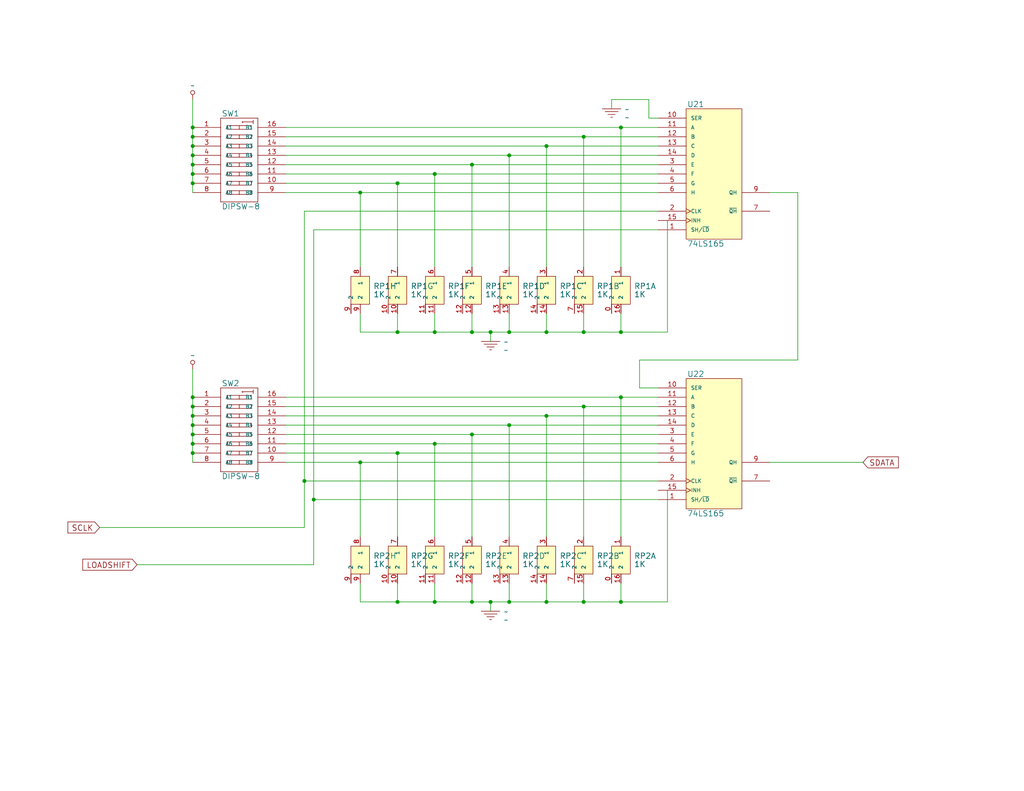
<source format=kicad_sch>
(kicad_sch
	(version 20231120)
	(generator "eeschema")
	(generator_version "8.0")
	(uuid "40b435f1-f3a8-4784-a85c-f8b00e34d192")
	(paper "A")
	(title_block
		(title " | 8207 Program data shifter")
		(date "  January  1, 1980")
		(rev "A")
		(company "(C) 1987,1988 P.D. Smart")
	)
	(lib_symbols
		(symbol "DEVICE:GND_POWER"
			(pin_names
				(offset 1.27)
			)
			(exclude_from_sim no)
			(in_bom yes)
			(on_board yes)
			(property "Reference" "U"
				(at 6.096 -1.016 0)
				(effects
					(font
						(size 1.524 1.524)
					)
					(justify left bottom)
				)
			)
			(property "Value" "GND_POWER"
				(at 6.096 -1.524 0)
				(effects
					(font
						(size 1.524 1.524)
					)
					(justify left top)
				)
			)
			(property "Footprint" ""
				(at 0 0 0)
				(effects
					(font
						(size 1.27 1.27)
					)
					(hide yes)
				)
			)
			(property "Datasheet" ""
				(at 0 0 0)
				(effects
					(font
						(size 1.27 1.27)
					)
					(hide yes)
				)
			)
			(property "Description" ""
				(at 0 0 0)
				(effects
					(font
						(size 1.27 1.27)
					)
					(hide yes)
				)
			)
			(symbol "GND_POWER_0_1"
				(polyline
					(pts
						(xy 0 0) (xy 5.08 0)
					)
					(stroke
						(width 0)
						(type solid)
					)
					(fill
						(type none)
					)
				)
				(polyline
					(pts
						(xy 0.762 -0.762) (xy 4.318 -0.762)
					)
					(stroke
						(width 0)
						(type solid)
					)
					(fill
						(type none)
					)
				)
				(polyline
					(pts
						(xy 2.286 -2.286) (xy 2.794 -2.286)
					)
					(stroke
						(width 0)
						(type solid)
					)
					(fill
						(type none)
					)
				)
				(polyline
					(pts
						(xy 3.556 -1.524) (xy 1.524 -1.524)
					)
					(stroke
						(width 0)
						(type solid)
					)
					(fill
						(type none)
					)
				)
			)
			(symbol "GND_POWER_1_1"
				(pin power_in line
					(at 2.54 0 270)
					(length 0) hide
					(name "GND"
						(effects
							(font
								(size 1.016 1.016)
							)
						)
					)
					(number "~"
						(effects
							(font
								(size 1.27 1.27)
							)
						)
					)
				)
			)
		)
		(symbol "DEVICE:RESISTOR_8PACK"
			(pin_names
				(offset 1.27)
			)
			(exclude_from_sim no)
			(in_bom yes)
			(on_board yes)
			(property "Reference" "R"
				(at 6.096 -3.556 0)
				(effects
					(font
						(size 1.524 1.524)
					)
					(justify left bottom)
				)
			)
			(property "Value" "RESISTOR_8PACK"
				(at 6.096 -4.064 0)
				(effects
					(font
						(size 1.524 1.524)
					)
					(justify left top)
				)
			)
			(property "Footprint" ""
				(at 0 0 0)
				(effects
					(font
						(size 1.27 1.27)
					)
					(hide yes)
				)
			)
			(property "Datasheet" ""
				(at 0 0 0)
				(effects
					(font
						(size 1.27 1.27)
					)
					(hide yes)
				)
			)
			(property "Description" ""
				(at 0 0 0)
				(effects
					(font
						(size 1.27 1.27)
					)
					(hide yes)
				)
			)
			(symbol "RESISTOR_8PACK_0_1"
				(rectangle
					(start 0 0)
					(end 5.08 -7.62)
					(stroke
						(width 0)
						(type solid)
					)
					(fill
						(type background)
					)
				)
			)
			(symbol "RESISTOR_8PACK_1_1"
				(pin passive line
					(at 0 -10.16 90)
					(length 2.54)
					(name "2"
						(effects
							(font
								(size 1.016 1.016)
							)
						)
					)
					(number "0"
						(effects
							(font
								(size 1.27 1.27)
							)
						)
					)
				)
				(pin passive line
					(at 2.54 2.54 270)
					(length 2.54)
					(name "1"
						(effects
							(font
								(size 1.016 1.016)
							)
						)
					)
					(number "1"
						(effects
							(font
								(size 1.27 1.27)
							)
						)
					)
				)
				(pin passive line
					(at 2.54 -10.16 90)
					(length 2.54)
					(name "2"
						(effects
							(font
								(size 1.016 1.016)
							)
						)
					)
					(number "16"
						(effects
							(font
								(size 1.27 1.27)
							)
						)
					)
				)
			)
			(symbol "RESISTOR_8PACK_2_1"
				(pin passive line
					(at 2.54 -10.16 90)
					(length 2.54)
					(name "2"
						(effects
							(font
								(size 1.016 1.016)
							)
						)
					)
					(number "15"
						(effects
							(font
								(size 1.27 1.27)
							)
						)
					)
				)
				(pin passive line
					(at 2.54 2.54 270)
					(length 2.54)
					(name "1"
						(effects
							(font
								(size 1.016 1.016)
							)
						)
					)
					(number "2"
						(effects
							(font
								(size 1.27 1.27)
							)
						)
					)
				)
				(pin passive line
					(at 0 -10.16 90)
					(length 2.54)
					(name "2"
						(effects
							(font
								(size 1.016 1.016)
							)
						)
					)
					(number "7"
						(effects
							(font
								(size 1.27 1.27)
							)
						)
					)
				)
			)
			(symbol "RESISTOR_8PACK_3_1"
				(pin passive line
					(at 0 -10.16 90)
					(length 2.54)
					(name "2"
						(effects
							(font
								(size 1.016 1.016)
							)
						)
					)
					(number "14"
						(effects
							(font
								(size 1.27 1.27)
							)
						)
					)
				)
				(pin passive line
					(at 2.54 -10.16 90)
					(length 2.54)
					(name "2"
						(effects
							(font
								(size 1.016 1.016)
							)
						)
					)
					(number "14"
						(effects
							(font
								(size 1.27 1.27)
							)
						)
					)
				)
				(pin passive line
					(at 2.54 2.54 270)
					(length 2.54)
					(name "1"
						(effects
							(font
								(size 1.016 1.016)
							)
						)
					)
					(number "3"
						(effects
							(font
								(size 1.27 1.27)
							)
						)
					)
				)
			)
			(symbol "RESISTOR_8PACK_4_1"
				(pin passive line
					(at 0 -10.16 90)
					(length 2.54)
					(name "2"
						(effects
							(font
								(size 1.016 1.016)
							)
						)
					)
					(number "13"
						(effects
							(font
								(size 1.27 1.27)
							)
						)
					)
				)
				(pin passive line
					(at 2.54 -10.16 90)
					(length 2.54)
					(name "2"
						(effects
							(font
								(size 1.016 1.016)
							)
						)
					)
					(number "13"
						(effects
							(font
								(size 1.27 1.27)
							)
						)
					)
				)
				(pin passive line
					(at 2.54 2.54 270)
					(length 2.54)
					(name "1"
						(effects
							(font
								(size 1.016 1.016)
							)
						)
					)
					(number "4"
						(effects
							(font
								(size 1.27 1.27)
							)
						)
					)
				)
			)
			(symbol "RESISTOR_8PACK_5_1"
				(pin passive line
					(at 0 -10.16 90)
					(length 2.54)
					(name "2"
						(effects
							(font
								(size 1.016 1.016)
							)
						)
					)
					(number "12"
						(effects
							(font
								(size 1.27 1.27)
							)
						)
					)
				)
				(pin passive line
					(at 2.54 -10.16 90)
					(length 2.54)
					(name "2"
						(effects
							(font
								(size 1.016 1.016)
							)
						)
					)
					(number "12"
						(effects
							(font
								(size 1.27 1.27)
							)
						)
					)
				)
				(pin passive line
					(at 2.54 2.54 270)
					(length 2.54)
					(name "1"
						(effects
							(font
								(size 1.016 1.016)
							)
						)
					)
					(number "5"
						(effects
							(font
								(size 1.27 1.27)
							)
						)
					)
				)
			)
			(symbol "RESISTOR_8PACK_6_1"
				(pin passive line
					(at 0 -10.16 90)
					(length 2.54)
					(name "2"
						(effects
							(font
								(size 1.016 1.016)
							)
						)
					)
					(number "11"
						(effects
							(font
								(size 1.27 1.27)
							)
						)
					)
				)
				(pin passive line
					(at 2.54 -10.16 90)
					(length 2.54)
					(name "2"
						(effects
							(font
								(size 1.016 1.016)
							)
						)
					)
					(number "11"
						(effects
							(font
								(size 1.27 1.27)
							)
						)
					)
				)
				(pin passive line
					(at 2.54 2.54 270)
					(length 2.54)
					(name "1"
						(effects
							(font
								(size 1.016 1.016)
							)
						)
					)
					(number "6"
						(effects
							(font
								(size 1.27 1.27)
							)
						)
					)
				)
			)
			(symbol "RESISTOR_8PACK_7_1"
				(pin passive line
					(at 0 -10.16 90)
					(length 2.54)
					(name "2"
						(effects
							(font
								(size 1.016 1.016)
							)
						)
					)
					(number "10"
						(effects
							(font
								(size 1.27 1.27)
							)
						)
					)
				)
				(pin passive line
					(at 2.54 -10.16 90)
					(length 2.54)
					(name "2"
						(effects
							(font
								(size 1.016 1.016)
							)
						)
					)
					(number "10"
						(effects
							(font
								(size 1.27 1.27)
							)
						)
					)
				)
				(pin passive line
					(at 2.54 2.54 270)
					(length 2.54)
					(name "1"
						(effects
							(font
								(size 1.016 1.016)
							)
						)
					)
					(number "7"
						(effects
							(font
								(size 1.27 1.27)
							)
						)
					)
				)
			)
			(symbol "RESISTOR_8PACK_8_1"
				(pin passive line
					(at 2.54 2.54 270)
					(length 2.54)
					(name "1"
						(effects
							(font
								(size 1.016 1.016)
							)
						)
					)
					(number "8"
						(effects
							(font
								(size 1.27 1.27)
							)
						)
					)
				)
				(pin passive line
					(at 0 -10.16 90)
					(length 2.54)
					(name "2"
						(effects
							(font
								(size 1.016 1.016)
							)
						)
					)
					(number "9"
						(effects
							(font
								(size 1.27 1.27)
							)
						)
					)
				)
				(pin passive line
					(at 2.54 -10.16 90)
					(length 2.54)
					(name "2"
						(effects
							(font
								(size 1.016 1.016)
							)
						)
					)
					(number "9"
						(effects
							(font
								(size 1.27 1.27)
							)
						)
					)
				)
			)
		)
		(symbol "DEVICE:SW_DIP_8"
			(pin_names
				(offset 1.27)
			)
			(exclude_from_sim no)
			(in_bom yes)
			(on_board yes)
			(property "Reference" "S"
				(at 0.254 0.381 0)
				(effects
					(font
						(size 1.524 1.524)
					)
					(justify left bottom)
				)
			)
			(property "Value" "SW_DIP_8"
				(at 0.254 -23.241 0)
				(effects
					(font
						(size 1.524 1.524)
					)
					(justify left top)
				)
			)
			(property "Footprint" ""
				(at 0 0 0)
				(effects
					(font
						(size 1.27 1.27)
					)
					(hide yes)
				)
			)
			(property "Datasheet" ""
				(at 0 0 0)
				(effects
					(font
						(size 1.27 1.27)
					)
					(hide yes)
				)
			)
			(property "Description" ""
				(at 0 0 0)
				(effects
					(font
						(size 1.27 1.27)
					)
					(hide yes)
				)
			)
			(symbol "SW_DIP_8_0_1"
				(polyline
					(pts
						(xy 0 -22.86) (xy 10.16 -22.86)
					)
					(stroke
						(width 0)
						(type solid)
					)
					(fill
						(type none)
					)
				)
				(polyline
					(pts
						(xy 0 0) (xy 0 -22.86)
					)
					(stroke
						(width 0)
						(type solid)
					)
					(fill
						(type none)
					)
				)
				(polyline
					(pts
						(xy 1.778 -20.828) (xy 1.778 -19.812)
					)
					(stroke
						(width 0)
						(type solid)
					)
					(fill
						(type none)
					)
				)
				(polyline
					(pts
						(xy 1.778 -19.812) (xy 8.382 -19.812)
					)
					(stroke
						(width 0)
						(type solid)
					)
					(fill
						(type none)
					)
				)
				(polyline
					(pts
						(xy 1.778 -18.288) (xy 1.778 -17.272)
					)
					(stroke
						(width 0)
						(type solid)
					)
					(fill
						(type none)
					)
				)
				(polyline
					(pts
						(xy 1.778 -17.272) (xy 8.382 -17.272)
					)
					(stroke
						(width 0)
						(type solid)
					)
					(fill
						(type none)
					)
				)
				(polyline
					(pts
						(xy 1.778 -15.748) (xy 1.778 -14.732)
					)
					(stroke
						(width 0)
						(type solid)
					)
					(fill
						(type none)
					)
				)
				(polyline
					(pts
						(xy 1.778 -14.732) (xy 8.382 -14.732)
					)
					(stroke
						(width 0)
						(type solid)
					)
					(fill
						(type none)
					)
				)
				(polyline
					(pts
						(xy 1.778 -13.208) (xy 1.778 -12.192)
					)
					(stroke
						(width 0)
						(type solid)
					)
					(fill
						(type none)
					)
				)
				(polyline
					(pts
						(xy 1.778 -12.192) (xy 8.382 -12.192)
					)
					(stroke
						(width 0)
						(type solid)
					)
					(fill
						(type none)
					)
				)
				(polyline
					(pts
						(xy 1.778 -10.668) (xy 1.778 -9.652)
					)
					(stroke
						(width 0)
						(type solid)
					)
					(fill
						(type none)
					)
				)
				(polyline
					(pts
						(xy 1.778 -9.652) (xy 8.382 -9.652)
					)
					(stroke
						(width 0)
						(type solid)
					)
					(fill
						(type none)
					)
				)
				(polyline
					(pts
						(xy 1.778 -8.128) (xy 1.778 -7.112)
					)
					(stroke
						(width 0)
						(type solid)
					)
					(fill
						(type none)
					)
				)
				(polyline
					(pts
						(xy 1.778 -7.112) (xy 8.382 -7.112)
					)
					(stroke
						(width 0)
						(type solid)
					)
					(fill
						(type none)
					)
				)
				(polyline
					(pts
						(xy 1.778 -5.588) (xy 1.778 -4.572)
					)
					(stroke
						(width 0)
						(type solid)
					)
					(fill
						(type none)
					)
				)
				(polyline
					(pts
						(xy 1.778 -4.572) (xy 8.382 -4.572)
					)
					(stroke
						(width 0)
						(type solid)
					)
					(fill
						(type none)
					)
				)
				(polyline
					(pts
						(xy 1.778 -3.048) (xy 1.778 -2.032)
					)
					(stroke
						(width 0)
						(type solid)
					)
					(fill
						(type none)
					)
				)
				(polyline
					(pts
						(xy 1.778 -2.032) (xy 8.382 -2.032)
					)
					(stroke
						(width 0)
						(type solid)
					)
					(fill
						(type none)
					)
				)
				(polyline
					(pts
						(xy 5.08 -19.812) (xy 5.08 -20.828)
					)
					(stroke
						(width 0)
						(type solid)
					)
					(fill
						(type none)
					)
				)
				(polyline
					(pts
						(xy 5.08 -17.272) (xy 5.08 -18.288)
					)
					(stroke
						(width 0)
						(type solid)
					)
					(fill
						(type none)
					)
				)
				(polyline
					(pts
						(xy 5.08 -14.732) (xy 5.08 -15.748)
					)
					(stroke
						(width 0)
						(type solid)
					)
					(fill
						(type none)
					)
				)
				(polyline
					(pts
						(xy 5.08 -12.192) (xy 5.08 -13.208)
					)
					(stroke
						(width 0)
						(type solid)
					)
					(fill
						(type none)
					)
				)
				(polyline
					(pts
						(xy 5.08 -9.652) (xy 5.08 -10.668)
					)
					(stroke
						(width 0)
						(type solid)
					)
					(fill
						(type none)
					)
				)
				(polyline
					(pts
						(xy 5.08 -7.112) (xy 5.08 -8.128)
					)
					(stroke
						(width 0)
						(type solid)
					)
					(fill
						(type none)
					)
				)
				(polyline
					(pts
						(xy 5.08 -4.572) (xy 5.08 -5.588)
					)
					(stroke
						(width 0)
						(type solid)
					)
					(fill
						(type none)
					)
				)
				(polyline
					(pts
						(xy 5.08 -2.032) (xy 5.08 -3.048)
					)
					(stroke
						(width 0)
						(type solid)
					)
					(fill
						(type none)
					)
				)
				(polyline
					(pts
						(xy 5.842 -1.016) (xy 8.89 -1.016)
					)
					(stroke
						(width 0)
						(type solid)
					)
					(fill
						(type none)
					)
				)
				(polyline
					(pts
						(xy 6.096 -1.27) (xy 5.842 -1.016)
					)
					(stroke
						(width 0)
						(type solid)
					)
					(fill
						(type none)
					)
				)
				(polyline
					(pts
						(xy 8.382 -20.828) (xy 1.778 -20.828)
					)
					(stroke
						(width 0)
						(type solid)
					)
					(fill
						(type none)
					)
				)
				(polyline
					(pts
						(xy 8.382 -19.812) (xy 8.382 -20.828)
					)
					(stroke
						(width 0)
						(type solid)
					)
					(fill
						(type none)
					)
				)
				(polyline
					(pts
						(xy 8.382 -18.288) (xy 1.778 -18.288)
					)
					(stroke
						(width 0)
						(type solid)
					)
					(fill
						(type none)
					)
				)
				(polyline
					(pts
						(xy 8.382 -17.272) (xy 8.382 -18.288)
					)
					(stroke
						(width 0)
						(type solid)
					)
					(fill
						(type none)
					)
				)
				(polyline
					(pts
						(xy 8.382 -15.748) (xy 1.778 -15.748)
					)
					(stroke
						(width 0)
						(type solid)
					)
					(fill
						(type none)
					)
				)
				(polyline
					(pts
						(xy 8.382 -14.732) (xy 8.382 -15.748)
					)
					(stroke
						(width 0)
						(type solid)
					)
					(fill
						(type none)
					)
				)
				(polyline
					(pts
						(xy 8.382 -13.208) (xy 1.778 -13.208)
					)
					(stroke
						(width 0)
						(type solid)
					)
					(fill
						(type none)
					)
				)
				(polyline
					(pts
						(xy 8.382 -12.192) (xy 8.382 -13.208)
					)
					(stroke
						(width 0)
						(type solid)
					)
					(fill
						(type none)
					)
				)
				(polyline
					(pts
						(xy 8.382 -10.668) (xy 1.778 -10.668)
					)
					(stroke
						(width 0)
						(type solid)
					)
					(fill
						(type none)
					)
				)
				(polyline
					(pts
						(xy 8.382 -9.652) (xy 8.382 -10.668)
					)
					(stroke
						(width 0)
						(type solid)
					)
					(fill
						(type none)
					)
				)
				(polyline
					(pts
						(xy 8.382 -8.128) (xy 1.778 -8.128)
					)
					(stroke
						(width 0)
						(type solid)
					)
					(fill
						(type none)
					)
				)
				(polyline
					(pts
						(xy 8.382 -7.112) (xy 8.382 -8.128)
					)
					(stroke
						(width 0)
						(type solid)
					)
					(fill
						(type none)
					)
				)
				(polyline
					(pts
						(xy 8.382 -5.588) (xy 1.778 -5.588)
					)
					(stroke
						(width 0)
						(type solid)
					)
					(fill
						(type none)
					)
				)
				(polyline
					(pts
						(xy 8.382 -4.572) (xy 8.382 -5.588)
					)
					(stroke
						(width 0)
						(type solid)
					)
					(fill
						(type none)
					)
				)
				(polyline
					(pts
						(xy 8.382 -3.048) (xy 1.778 -3.048)
					)
					(stroke
						(width 0)
						(type solid)
					)
					(fill
						(type none)
					)
				)
				(polyline
					(pts
						(xy 8.382 -2.032) (xy 8.382 -3.048)
					)
					(stroke
						(width 0)
						(type solid)
					)
					(fill
						(type none)
					)
				)
				(polyline
					(pts
						(xy 8.89 -0.508) (xy 8.89 -1.524)
					)
					(stroke
						(width 0)
						(type solid)
					)
					(fill
						(type none)
					)
				)
				(polyline
					(pts
						(xy 10.16 -22.86) (xy 10.16 0)
					)
					(stroke
						(width 0)
						(type solid)
					)
					(fill
						(type none)
					)
				)
				(polyline
					(pts
						(xy 10.16 0) (xy 0 0)
					)
					(stroke
						(width 0)
						(type solid)
					)
					(fill
						(type none)
					)
				)
			)
			(symbol "SW_DIP_8_1_1"
				(pin passive line
					(at -7.62 -2.54 0)
					(length 7.62)
					(name "A1"
						(effects
							(font
								(size 1.016 1.016)
							)
						)
					)
					(number "1"
						(effects
							(font
								(size 1.27 1.27)
							)
						)
					)
				)
				(pin passive line
					(at 17.78 -17.78 180)
					(length 7.62)
					(name "B7"
						(effects
							(font
								(size 1.016 1.016)
							)
						)
					)
					(number "10"
						(effects
							(font
								(size 1.27 1.27)
							)
						)
					)
				)
				(pin passive line
					(at 17.78 -15.24 180)
					(length 7.62)
					(name "B6"
						(effects
							(font
								(size 1.016 1.016)
							)
						)
					)
					(number "11"
						(effects
							(font
								(size 1.27 1.27)
							)
						)
					)
				)
				(pin passive line
					(at 17.78 -12.7 180)
					(length 7.62)
					(name "B5"
						(effects
							(font
								(size 1.016 1.016)
							)
						)
					)
					(number "12"
						(effects
							(font
								(size 1.27 1.27)
							)
						)
					)
				)
				(pin passive line
					(at 17.78 -10.16 180)
					(length 7.62)
					(name "B4"
						(effects
							(font
								(size 1.016 1.016)
							)
						)
					)
					(number "13"
						(effects
							(font
								(size 1.27 1.27)
							)
						)
					)
				)
				(pin passive line
					(at 17.78 -7.62 180)
					(length 7.62)
					(name "B3"
						(effects
							(font
								(size 1.016 1.016)
							)
						)
					)
					(number "14"
						(effects
							(font
								(size 1.27 1.27)
							)
						)
					)
				)
				(pin passive line
					(at 17.78 -5.08 180)
					(length 7.62)
					(name "B2"
						(effects
							(font
								(size 1.016 1.016)
							)
						)
					)
					(number "15"
						(effects
							(font
								(size 1.27 1.27)
							)
						)
					)
				)
				(pin passive line
					(at 17.78 -2.54 180)
					(length 7.62)
					(name "B1"
						(effects
							(font
								(size 1.016 1.016)
							)
						)
					)
					(number "16"
						(effects
							(font
								(size 1.27 1.27)
							)
						)
					)
				)
				(pin passive line
					(at -7.62 -5.08 0)
					(length 7.62)
					(name "A2"
						(effects
							(font
								(size 1.016 1.016)
							)
						)
					)
					(number "2"
						(effects
							(font
								(size 1.27 1.27)
							)
						)
					)
				)
				(pin passive line
					(at -7.62 -7.62 0)
					(length 7.62)
					(name "A3"
						(effects
							(font
								(size 1.016 1.016)
							)
						)
					)
					(number "3"
						(effects
							(font
								(size 1.27 1.27)
							)
						)
					)
				)
				(pin passive line
					(at -7.62 -10.16 0)
					(length 7.62)
					(name "A4"
						(effects
							(font
								(size 1.016 1.016)
							)
						)
					)
					(number "4"
						(effects
							(font
								(size 1.27 1.27)
							)
						)
					)
				)
				(pin passive line
					(at -7.62 -12.7 0)
					(length 7.62)
					(name "A5"
						(effects
							(font
								(size 1.016 1.016)
							)
						)
					)
					(number "5"
						(effects
							(font
								(size 1.27 1.27)
							)
						)
					)
				)
				(pin passive line
					(at -7.62 -15.24 0)
					(length 7.62)
					(name "A6"
						(effects
							(font
								(size 1.016 1.016)
							)
						)
					)
					(number "6"
						(effects
							(font
								(size 1.27 1.27)
							)
						)
					)
				)
				(pin passive line
					(at -7.62 -17.78 0)
					(length 7.62)
					(name "A7"
						(effects
							(font
								(size 1.016 1.016)
							)
						)
					)
					(number "7"
						(effects
							(font
								(size 1.27 1.27)
							)
						)
					)
				)
				(pin passive line
					(at -7.62 -20.32 0)
					(length 7.62)
					(name "A8"
						(effects
							(font
								(size 1.016 1.016)
							)
						)
					)
					(number "8"
						(effects
							(font
								(size 1.27 1.27)
							)
						)
					)
				)
				(pin passive line
					(at 17.78 -20.32 180)
					(length 7.62)
					(name "B8"
						(effects
							(font
								(size 1.016 1.016)
							)
						)
					)
					(number "9"
						(effects
							(font
								(size 1.27 1.27)
							)
						)
					)
				)
			)
		)
		(symbol "TTL:74ALS165"
			(pin_names
				(offset 1.27)
			)
			(exclude_from_sim no)
			(in_bom yes)
			(on_board yes)
			(property "Reference" "U"
				(at 0.254 0.381 0)
				(effects
					(font
						(size 1.524 1.524)
					)
					(justify left bottom)
				)
			)
			(property "Value" "74ALS165"
				(at 0.254 -35.941 0)
				(effects
					(font
						(size 1.524 1.524)
					)
					(justify left top)
				)
			)
			(property "Footprint" ""
				(at 0 0 0)
				(effects
					(font
						(size 1.27 1.27)
					)
					(hide yes)
				)
			)
			(property "Datasheet" ""
				(at 0 0 0)
				(effects
					(font
						(size 1.27 1.27)
					)
					(hide yes)
				)
			)
			(property "Description" ""
				(at 0 0 0)
				(effects
					(font
						(size 1.27 1.27)
					)
					(hide yes)
				)
			)
			(symbol "74ALS165_0_1"
				(rectangle
					(start 0 0)
					(end 15.24 -35.56)
					(stroke
						(width 0)
						(type solid)
					)
					(fill
						(type background)
					)
				)
			)
			(symbol "74ALS165_1_1"
				(pin input line
					(at -7.62 -33.02 0)
					(length 7.62)
					(name "SH/~{LD}"
						(effects
							(font
								(size 1.016 1.016)
							)
						)
					)
					(number "1"
						(effects
							(font
								(size 1.27 1.27)
							)
						)
					)
				)
				(pin input line
					(at -7.62 -2.54 0)
					(length 7.62)
					(name "SER"
						(effects
							(font
								(size 1.016 1.016)
							)
						)
					)
					(number "10"
						(effects
							(font
								(size 1.27 1.27)
							)
						)
					)
				)
				(pin input line
					(at -7.62 -5.08 0)
					(length 7.62)
					(name "A"
						(effects
							(font
								(size 1.016 1.016)
							)
						)
					)
					(number "11"
						(effects
							(font
								(size 1.27 1.27)
							)
						)
					)
				)
				(pin input line
					(at -7.62 -7.62 0)
					(length 7.62)
					(name "B"
						(effects
							(font
								(size 1.016 1.016)
							)
						)
					)
					(number "12"
						(effects
							(font
								(size 1.27 1.27)
							)
						)
					)
				)
				(pin input line
					(at -7.62 -10.16 0)
					(length 7.62)
					(name "C"
						(effects
							(font
								(size 1.016 1.016)
							)
						)
					)
					(number "13"
						(effects
							(font
								(size 1.27 1.27)
							)
						)
					)
				)
				(pin input line
					(at -7.62 -12.7 0)
					(length 7.62)
					(name "D"
						(effects
							(font
								(size 1.016 1.016)
							)
						)
					)
					(number "14"
						(effects
							(font
								(size 1.27 1.27)
							)
						)
					)
				)
				(pin input clock
					(at -7.62 -30.48 0)
					(length 7.62)
					(name "INH"
						(effects
							(font
								(size 1.016 1.016)
							)
						)
					)
					(number "15"
						(effects
							(font
								(size 1.27 1.27)
							)
						)
					)
				)
				(pin power_in line
					(at 0 0 270)
					(length 0) hide
					(name "VCC"
						(effects
							(font
								(size 1.016 1.016)
							)
						)
					)
					(number "16"
						(effects
							(font
								(size 1.27 1.27)
							)
						)
					)
				)
				(pin input clock
					(at -7.62 -27.94 0)
					(length 7.62)
					(name "CLK"
						(effects
							(font
								(size 1.016 1.016)
							)
						)
					)
					(number "2"
						(effects
							(font
								(size 1.27 1.27)
							)
						)
					)
				)
				(pin input line
					(at -7.62 -15.24 0)
					(length 7.62)
					(name "E"
						(effects
							(font
								(size 1.016 1.016)
							)
						)
					)
					(number "3"
						(effects
							(font
								(size 1.27 1.27)
							)
						)
					)
				)
				(pin input line
					(at -7.62 -17.78 0)
					(length 7.62)
					(name "F"
						(effects
							(font
								(size 1.016 1.016)
							)
						)
					)
					(number "4"
						(effects
							(font
								(size 1.27 1.27)
							)
						)
					)
				)
				(pin input line
					(at -7.62 -20.32 0)
					(length 7.62)
					(name "G"
						(effects
							(font
								(size 1.016 1.016)
							)
						)
					)
					(number "5"
						(effects
							(font
								(size 1.27 1.27)
							)
						)
					)
				)
				(pin input line
					(at -7.62 -22.86 0)
					(length 7.62)
					(name "H"
						(effects
							(font
								(size 1.016 1.016)
							)
						)
					)
					(number "6"
						(effects
							(font
								(size 1.27 1.27)
							)
						)
					)
				)
				(pin output line
					(at 22.86 -27.94 180)
					(length 7.62)
					(name "~{QH}"
						(effects
							(font
								(size 1.016 1.016)
							)
						)
					)
					(number "7"
						(effects
							(font
								(size 1.27 1.27)
							)
						)
					)
				)
				(pin power_in line
					(at 0 -35.56 90)
					(length 0) hide
					(name "GND"
						(effects
							(font
								(size 1.016 1.016)
							)
						)
					)
					(number "8"
						(effects
							(font
								(size 1.27 1.27)
							)
						)
					)
				)
				(pin output line
					(at 22.86 -22.86 180)
					(length 7.62)
					(name "QH"
						(effects
							(font
								(size 1.016 1.016)
							)
						)
					)
					(number "9"
						(effects
							(font
								(size 1.27 1.27)
							)
						)
					)
				)
			)
		)
		(symbol "TTL:74LS165"
			(pin_names
				(offset 1.27)
			)
			(exclude_from_sim no)
			(in_bom yes)
			(on_board yes)
			(property "Reference" "U"
				(at 0.254 0.381 0)
				(effects
					(font
						(size 1.524 1.524)
					)
					(justify left bottom)
				)
			)
			(property "Value" "74LS165"
				(at 0.254 -35.941 0)
				(effects
					(font
						(size 1.524 1.524)
					)
					(justify left top)
				)
			)
			(property "Footprint" ""
				(at 0 0 0)
				(effects
					(font
						(size 1.27 1.27)
					)
					(hide yes)
				)
			)
			(property "Datasheet" ""
				(at 0 0 0)
				(effects
					(font
						(size 1.27 1.27)
					)
					(hide yes)
				)
			)
			(property "Description" ""
				(at 0 0 0)
				(effects
					(font
						(size 1.27 1.27)
					)
					(hide yes)
				)
			)
			(symbol "74LS165_0_1"
				(rectangle
					(start 0 0)
					(end 15.24 -35.56)
					(stroke
						(width 0)
						(type solid)
					)
					(fill
						(type background)
					)
				)
			)
			(symbol "74LS165_1_1"
				(pin input line
					(at -7.62 -33.02 0)
					(length 7.62)
					(name "SH/~{LD}"
						(effects
							(font
								(size 1.016 1.016)
							)
						)
					)
					(number "1"
						(effects
							(font
								(size 1.27 1.27)
							)
						)
					)
				)
				(pin input line
					(at -7.62 -2.54 0)
					(length 7.62)
					(name "SER"
						(effects
							(font
								(size 1.016 1.016)
							)
						)
					)
					(number "10"
						(effects
							(font
								(size 1.27 1.27)
							)
						)
					)
				)
				(pin input line
					(at -7.62 -5.08 0)
					(length 7.62)
					(name "A"
						(effects
							(font
								(size 1.016 1.016)
							)
						)
					)
					(number "11"
						(effects
							(font
								(size 1.27 1.27)
							)
						)
					)
				)
				(pin input line
					(at -7.62 -7.62 0)
					(length 7.62)
					(name "B"
						(effects
							(font
								(size 1.016 1.016)
							)
						)
					)
					(number "12"
						(effects
							(font
								(size 1.27 1.27)
							)
						)
					)
				)
				(pin input line
					(at -7.62 -10.16 0)
					(length 7.62)
					(name "C"
						(effects
							(font
								(size 1.016 1.016)
							)
						)
					)
					(number "13"
						(effects
							(font
								(size 1.27 1.27)
							)
						)
					)
				)
				(pin input line
					(at -7.62 -12.7 0)
					(length 7.62)
					(name "D"
						(effects
							(font
								(size 1.016 1.016)
							)
						)
					)
					(number "14"
						(effects
							(font
								(size 1.27 1.27)
							)
						)
					)
				)
				(pin input clock
					(at -7.62 -30.48 0)
					(length 7.62)
					(name "INH"
						(effects
							(font
								(size 1.016 1.016)
							)
						)
					)
					(number "15"
						(effects
							(font
								(size 1.27 1.27)
							)
						)
					)
				)
				(pin power_in line
					(at 0 0 270)
					(length 0) hide
					(name "VCC"
						(effects
							(font
								(size 1.016 1.016)
							)
						)
					)
					(number "16"
						(effects
							(font
								(size 1.27 1.27)
							)
						)
					)
				)
				(pin input clock
					(at -7.62 -27.94 0)
					(length 7.62)
					(name "CLK"
						(effects
							(font
								(size 1.016 1.016)
							)
						)
					)
					(number "2"
						(effects
							(font
								(size 1.27 1.27)
							)
						)
					)
				)
				(pin input line
					(at -7.62 -15.24 0)
					(length 7.62)
					(name "E"
						(effects
							(font
								(size 1.016 1.016)
							)
						)
					)
					(number "3"
						(effects
							(font
								(size 1.27 1.27)
							)
						)
					)
				)
				(pin input line
					(at -7.62 -17.78 0)
					(length 7.62)
					(name "F"
						(effects
							(font
								(size 1.016 1.016)
							)
						)
					)
					(number "4"
						(effects
							(font
								(size 1.27 1.27)
							)
						)
					)
				)
				(pin input line
					(at -7.62 -20.32 0)
					(length 7.62)
					(name "G"
						(effects
							(font
								(size 1.016 1.016)
							)
						)
					)
					(number "5"
						(effects
							(font
								(size 1.27 1.27)
							)
						)
					)
				)
				(pin input line
					(at -7.62 -22.86 0)
					(length 7.62)
					(name "H"
						(effects
							(font
								(size 1.016 1.016)
							)
						)
					)
					(number "6"
						(effects
							(font
								(size 1.27 1.27)
							)
						)
					)
				)
				(pin output line
					(at 22.86 -27.94 180)
					(length 7.62)
					(name "~{QH}"
						(effects
							(font
								(size 1.016 1.016)
							)
						)
					)
					(number "7"
						(effects
							(font
								(size 1.27 1.27)
							)
						)
					)
				)
				(pin power_in line
					(at 0 -35.56 90)
					(length 0) hide
					(name "GND"
						(effects
							(font
								(size 1.016 1.016)
							)
						)
					)
					(number "8"
						(effects
							(font
								(size 1.27 1.27)
							)
						)
					)
				)
				(pin output line
					(at 22.86 -22.86 180)
					(length 7.62)
					(name "QH"
						(effects
							(font
								(size 1.016 1.016)
							)
						)
					)
					(number "9"
						(effects
							(font
								(size 1.27 1.27)
							)
						)
					)
				)
			)
		)
		(symbol "pwr:circle"
			(power)
			(pin_numbers hide)
			(pin_names
				(offset 0)
			)
			(exclude_from_sim no)
			(in_bom yes)
			(on_board yes)
			(property "Reference" "#PWR"
				(at 0 -1.524 0)
				(effects
					(font
						(size 1.27 1.27)
					)
					(hide yes)
				)
			)
			(property "Value" "circle"
				(at 0 0 0)
				(effects
					(font
						(size 1.27 1.27)
					)
					(hide yes)
				)
			)
			(property "Footprint" ""
				(at 0 0 0)
				(effects
					(font
						(size 1.27 1.27)
					)
					(hide yes)
				)
			)
			(property "Datasheet" ""
				(at 0 0 0)
				(effects
					(font
						(size 1.27 1.27)
					)
					(hide yes)
				)
			)
			(property "Description" ""
				(at 0 0 0)
				(effects
					(font
						(size 1.27 1.27)
					)
					(hide yes)
				)
			)
			(symbol "circle_0_1"
				(polyline
					(pts
						(xy 0 0) (xy 0 1.27)
					)
					(stroke
						(width 0)
						(type solid)
					)
					(fill
						(type none)
					)
				)
				(circle
					(center 0 1.905)
					(radius 0.5588)
					(stroke
						(width 0)
						(type solid)
					)
					(fill
						(type none)
					)
				)
			)
			(symbol "circle_1_1"
				(pin power_in line
					(at 0 0 90)
					(length 0) hide
					(name "~"
						(effects
							(font
								(size 1.27 1.27)
							)
						)
					)
					(number "1"
						(effects
							(font
								(size 1.27 1.27)
							)
						)
					)
				)
			)
		)
	)
	(junction
		(at 52.578 44.958)
		(diameter 0)
		(color 0 0 0 0)
		(uuid "00015d00-4ff4-44ca-a684-6088584db42b")
	)
	(junction
		(at 52.578 37.338)
		(diameter 0)
		(color 0 0 0 0)
		(uuid "06eef8c4-d63d-4b72-bbde-9c0ca6ca41fd")
	)
	(junction
		(at 108.458 50.038)
		(diameter 0)
		(color 0 0 0 0)
		(uuid "13a90ddb-7eaf-4713-ba41-3a716dba7c5a")
	)
	(junction
		(at 108.458 90.678)
		(diameter 0)
		(color 0 0 0 0)
		(uuid "13b958fb-9316-4a5e-867f-4c0e52bccda0")
	)
	(junction
		(at 52.578 116.078)
		(diameter 0)
		(color 0 0 0 0)
		(uuid "1621d77e-7cd3-4054-b2b6-c1fba9e44a0e")
	)
	(junction
		(at 52.578 113.538)
		(diameter 0)
		(color 0 0 0 0)
		(uuid "1f17a449-0df2-4fca-a667-85fb69233c54")
	)
	(junction
		(at 169.418 108.458)
		(diameter 0)
		(color 0 0 0 0)
		(uuid "26496399-29a6-4762-8d3c-e4a22f5d4b4d")
	)
	(junction
		(at 98.298 52.578)
		(diameter 0)
		(color 0 0 0 0)
		(uuid "3044366b-e606-4f79-aeae-af77257ab87b")
	)
	(junction
		(at 52.578 110.998)
		(diameter 0)
		(color 0 0 0 0)
		(uuid "328f2e7f-333d-47bd-99b7-1f4c641265a5")
	)
	(junction
		(at 52.578 118.618)
		(diameter 0)
		(color 0 0 0 0)
		(uuid "36037c8e-41b3-4f20-ba88-a9d4b0c83424")
	)
	(junction
		(at 128.778 164.338)
		(diameter 0)
		(color 0 0 0 0)
		(uuid "3c1d3559-6082-4d12-847a-a45236053e27")
	)
	(junction
		(at 118.618 90.678)
		(diameter 0)
		(color 0 0 0 0)
		(uuid "404a1e38-7d7b-4d7a-aca1-e89ee141380e")
	)
	(junction
		(at 52.578 108.458)
		(diameter 0)
		(color 0 0 0 0)
		(uuid "43090db1-1c54-4638-9f5c-e3bc552b0abf")
	)
	(junction
		(at 98.298 126.238)
		(diameter 0)
		(color 0 0 0 0)
		(uuid "44553107-13b9-4c70-bc36-034056a76b7c")
	)
	(junction
		(at 149.098 39.878)
		(diameter 0)
		(color 0 0 0 0)
		(uuid "45b7736f-b9b3-4bec-9238-28cf2ba867aa")
	)
	(junction
		(at 138.938 116.078)
		(diameter 0)
		(color 0 0 0 0)
		(uuid "4ba69fc9-2221-403d-ba32-47bb541afe1a")
	)
	(junction
		(at 108.458 164.338)
		(diameter 0)
		(color 0 0 0 0)
		(uuid "4e330770-20b5-47d1-897f-209e47a2f50a")
	)
	(junction
		(at 149.098 90.678)
		(diameter 0)
		(color 0 0 0 0)
		(uuid "52e07c31-c0d6-4582-afe4-d7900217c5bb")
	)
	(junction
		(at 138.938 42.418)
		(diameter 0)
		(color 0 0 0 0)
		(uuid "5a1cb51a-ecee-450b-b486-4e1d57993003")
	)
	(junction
		(at 108.458 123.698)
		(diameter 0)
		(color 0 0 0 0)
		(uuid "5ab96a63-679c-4bbe-b4a6-b05b9936ef5b")
	)
	(junction
		(at 138.938 90.678)
		(diameter 0)
		(color 0 0 0 0)
		(uuid "5fd03066-d104-48ea-87eb-4b45697cac32")
	)
	(junction
		(at 169.418 34.798)
		(diameter 0)
		(color 0 0 0 0)
		(uuid "64cd9428-3db7-4d2e-a13e-0bcfbe65566d")
	)
	(junction
		(at 52.578 47.498)
		(diameter 0)
		(color 0 0 0 0)
		(uuid "6d1a1119-6283-460a-81ab-8ae69d15aded")
	)
	(junction
		(at 149.098 164.338)
		(diameter 0)
		(color 0 0 0 0)
		(uuid "75fa3f5d-63fe-47fe-b584-1d89d90184a7")
	)
	(junction
		(at 128.778 90.678)
		(diameter 0)
		(color 0 0 0 0)
		(uuid "787338c7-d2cd-4d5d-8850-caccb76b87b0")
	)
	(junction
		(at 52.578 121.158)
		(diameter 0)
		(color 0 0 0 0)
		(uuid "7bfe899b-dded-4b8d-b24f-985968be0c19")
	)
	(junction
		(at 118.618 121.158)
		(diameter 0)
		(color 0 0 0 0)
		(uuid "7d999dc7-234e-4731-aeed-e44ac438b1d1")
	)
	(junction
		(at 133.858 90.678)
		(diameter 0)
		(color 0 0 0 0)
		(uuid "7f68ddb9-82ee-470b-bcc6-2d9bc1ebd58d")
	)
	(junction
		(at 52.578 50.038)
		(diameter 0)
		(color 0 0 0 0)
		(uuid "83352106-cff9-4b9d-8451-0296025de6e3")
	)
	(junction
		(at 159.258 164.338)
		(diameter 0)
		(color 0 0 0 0)
		(uuid "8da196e1-c41d-450e-89de-bf9f932b1815")
	)
	(junction
		(at 52.578 34.798)
		(diameter 0)
		(color 0 0 0 0)
		(uuid "9263daf3-c6b2-476c-89bc-27402b927bdd")
	)
	(junction
		(at 159.258 110.998)
		(diameter 0)
		(color 0 0 0 0)
		(uuid "9304ac32-96b8-4016-91ed-b2dc95628777")
	)
	(junction
		(at 128.778 44.958)
		(diameter 0)
		(color 0 0 0 0)
		(uuid "9747e718-51da-4371-9129-8648a4c80714")
	)
	(junction
		(at 149.098 113.538)
		(diameter 0)
		(color 0 0 0 0)
		(uuid "9f54c3bb-cf6f-40d5-b18a-be41509c16cc")
	)
	(junction
		(at 52.578 39.878)
		(diameter 0)
		(color 0 0 0 0)
		(uuid "a50720e5-63fd-4b78-96fe-a92b9273662c")
	)
	(junction
		(at 159.258 37.338)
		(diameter 0)
		(color 0 0 0 0)
		(uuid "a9326773-45bc-47ae-b2d8-039712860560")
	)
	(junction
		(at 85.598 136.398)
		(diameter 0)
		(color 0 0 0 0)
		(uuid "ad9ea422-ab93-45e3-9346-0f1c26ca1eb7")
	)
	(junction
		(at 118.618 164.338)
		(diameter 0)
		(color 0 0 0 0)
		(uuid "b802c8a3-d1ef-4539-a505-6180b9deb803")
	)
	(junction
		(at 83.058 131.318)
		(diameter 0)
		(color 0 0 0 0)
		(uuid "b98cb2d5-8d58-4adb-a2ee-2b133bec970d")
	)
	(junction
		(at 133.858 164.338)
		(diameter 0)
		(color 0 0 0 0)
		(uuid "ca8d92c3-a1ef-4fe2-b1a9-6125b98e6abb")
	)
	(junction
		(at 169.418 90.678)
		(diameter 0)
		(color 0 0 0 0)
		(uuid "d5f559cf-52cd-468f-80f4-3ec76cf2bc8a")
	)
	(junction
		(at 118.618 47.498)
		(diameter 0)
		(color 0 0 0 0)
		(uuid "d71767d2-a340-4520-845a-5d6ca5a8f950")
	)
	(junction
		(at 169.418 164.338)
		(diameter 0)
		(color 0 0 0 0)
		(uuid "dc39bbc6-5780-4a42-8257-9db6c2d08326")
	)
	(junction
		(at 138.938 164.338)
		(diameter 0)
		(color 0 0 0 0)
		(uuid "e30e6245-c876-4c43-b6b3-7a49a6854bed")
	)
	(junction
		(at 52.578 123.698)
		(diameter 0)
		(color 0 0 0 0)
		(uuid "e82596ab-d6a5-4f94-8fa5-226865d079b8")
	)
	(junction
		(at 52.578 42.418)
		(diameter 0)
		(color 0 0 0 0)
		(uuid "e84bb129-08c9-4cb3-bce4-f310508cd6c4")
	)
	(junction
		(at 159.258 90.678)
		(diameter 0)
		(color 0 0 0 0)
		(uuid "eb8c56ed-9bc9-44da-b618-00fb8cc3f0c5")
	)
	(junction
		(at 128.778 118.618)
		(diameter 0)
		(color 0 0 0 0)
		(uuid "f0666578-20cf-416e-9155-62c577766244")
	)
	(wire
		(pts
			(xy 166.878 27.178) (xy 166.878 29.718)
		)
		(stroke
			(width 0)
			(type default)
		)
		(uuid "012dc386-799c-4a96-9671-22a67e897681")
	)
	(wire
		(pts
			(xy 98.298 146.558) (xy 98.298 126.238)
		)
		(stroke
			(width 0)
			(type default)
		)
		(uuid "01d5e63f-1ea7-4316-bf89-62d32c011e9d")
	)
	(wire
		(pts
			(xy 52.578 37.338) (xy 52.578 34.798)
		)
		(stroke
			(width 0)
			(type default)
		)
		(uuid "0289ba05-cbf5-4b7c-adea-1f1f8e9389e4")
	)
	(wire
		(pts
			(xy 98.298 85.598) (xy 98.298 90.678)
		)
		(stroke
			(width 0)
			(type default)
		)
		(uuid "02e17494-9202-4875-9e80-530cf5406df2")
	)
	(wire
		(pts
			(xy 52.578 39.878) (xy 52.578 37.338)
		)
		(stroke
			(width 0)
			(type default)
		)
		(uuid "05cbb538-16d0-42f4-94a4-2e90a051b434")
	)
	(wire
		(pts
			(xy 149.098 90.678) (xy 159.258 90.678)
		)
		(stroke
			(width 0)
			(type default)
		)
		(uuid "0643cb88-bd00-40fb-96c6-eba9f226b490")
	)
	(wire
		(pts
			(xy 85.598 136.398) (xy 85.598 62.738)
		)
		(stroke
			(width 0)
			(type default)
		)
		(uuid "065c79aa-671b-4534-bc38-aeb2c007888c")
	)
	(wire
		(pts
			(xy 52.578 50.038) (xy 52.578 47.498)
		)
		(stroke
			(width 0)
			(type default)
		)
		(uuid "08f6633a-93fe-4b43-bf5e-8c1681374877")
	)
	(wire
		(pts
			(xy 52.578 110.998) (xy 52.578 108.458)
		)
		(stroke
			(width 0)
			(type default)
		)
		(uuid "09650fdc-ee66-4185-87fc-3427593de4ee")
	)
	(wire
		(pts
			(xy 118.618 164.338) (xy 108.458 164.338)
		)
		(stroke
			(width 0)
			(type default)
		)
		(uuid "0fd16d63-6c7a-480c-b087-ee63d2b347b0")
	)
	(wire
		(pts
			(xy 37.338 154.178) (xy 85.598 154.178)
		)
		(stroke
			(width 0)
			(type default)
		)
		(uuid "11c6ba73-576a-47a2-abc7-cf62cf246ecb")
	)
	(wire
		(pts
			(xy 182.118 60.198) (xy 182.118 90.678)
		)
		(stroke
			(width 0)
			(type default)
		)
		(uuid "154ff457-da1f-4494-8e31-f1f5bf1a1327")
	)
	(wire
		(pts
			(xy 52.578 113.538) (xy 52.578 110.998)
		)
		(stroke
			(width 0)
			(type default)
		)
		(uuid "15c6ad76-77df-4ea5-918a-bb9bcbd648a9")
	)
	(wire
		(pts
			(xy 138.938 164.338) (xy 138.938 159.258)
		)
		(stroke
			(width 0)
			(type default)
		)
		(uuid "183bd74b-bbdf-4912-81d8-e216bbffd333")
	)
	(wire
		(pts
			(xy 108.458 50.038) (xy 77.978 50.038)
		)
		(stroke
			(width 0)
			(type default)
		)
		(uuid "193fbf1b-07c3-438a-ac9c-0f07b2c4501b")
	)
	(wire
		(pts
			(xy 217.678 98.298) (xy 174.498 98.298)
		)
		(stroke
			(width 0)
			(type default)
		)
		(uuid "1b1c71bb-388d-4169-9170-8881440948cc")
	)
	(wire
		(pts
			(xy 77.978 110.998) (xy 159.258 110.998)
		)
		(stroke
			(width 0)
			(type default)
		)
		(uuid "1da0cd4b-ee3d-4405-96ca-fa187e8295c2")
	)
	(wire
		(pts
			(xy 77.978 113.538) (xy 149.098 113.538)
		)
		(stroke
			(width 0)
			(type default)
		)
		(uuid "1e1bd63e-c5e5-4199-b104-2ab7e95410be")
	)
	(wire
		(pts
			(xy 177.038 32.258) (xy 177.038 27.178)
		)
		(stroke
			(width 0)
			(type default)
		)
		(uuid "28363056-7337-4df7-9e63-369b6e8c07a9")
	)
	(wire
		(pts
			(xy 138.938 42.418) (xy 77.978 42.418)
		)
		(stroke
			(width 0)
			(type default)
		)
		(uuid "2b6b952c-25d0-4f8a-8272-ea147a23d75f")
	)
	(wire
		(pts
			(xy 77.978 118.618) (xy 128.778 118.618)
		)
		(stroke
			(width 0)
			(type default)
		)
		(uuid "2f1a56f0-ec35-4dc3-b60a-11e2e8811e31")
	)
	(wire
		(pts
			(xy 77.978 126.238) (xy 98.298 126.238)
		)
		(stroke
			(width 0)
			(type default)
		)
		(uuid "30189794-d4f3-4d6c-833c-3be6304dd72b")
	)
	(wire
		(pts
			(xy 52.578 34.798) (xy 52.578 27.178)
		)
		(stroke
			(width 0)
			(type default)
		)
		(uuid "31eefd01-bc57-46ac-a03a-02183f0ca180")
	)
	(wire
		(pts
			(xy 108.458 164.338) (xy 98.298 164.338)
		)
		(stroke
			(width 0)
			(type default)
		)
		(uuid "34a1344d-365f-4d69-b24d-b8bf5067106d")
	)
	(wire
		(pts
			(xy 128.778 72.898) (xy 128.778 44.958)
		)
		(stroke
			(width 0)
			(type default)
		)
		(uuid "392fcb46-496d-4c49-974c-64beee867df4")
	)
	(wire
		(pts
			(xy 52.578 47.498) (xy 52.578 44.958)
		)
		(stroke
			(width 0)
			(type default)
		)
		(uuid "3f7b3723-c26b-4045-9db5-d48436968478")
	)
	(wire
		(pts
			(xy 169.418 90.678) (xy 169.418 85.598)
		)
		(stroke
			(width 0)
			(type default)
		)
		(uuid "3fd05c3e-23da-4e35-baee-524614caea8b")
	)
	(wire
		(pts
			(xy 210.058 126.238) (xy 235.458 126.238)
		)
		(stroke
			(width 0)
			(type default)
		)
		(uuid "40571681-405b-491a-9a5b-1ef398887da4")
	)
	(wire
		(pts
			(xy 118.618 121.158) (xy 118.618 146.558)
		)
		(stroke
			(width 0)
			(type default)
		)
		(uuid "461b241b-d77a-4ff3-9682-b82d21370231")
	)
	(wire
		(pts
			(xy 83.058 131.318) (xy 179.578 131.318)
		)
		(stroke
			(width 0)
			(type default)
		)
		(uuid "46e50978-ed55-4538-8c86-323aa118eb76")
	)
	(wire
		(pts
			(xy 138.938 116.078) (xy 179.578 116.078)
		)
		(stroke
			(width 0)
			(type default)
		)
		(uuid "475d8f56-496f-43f5-aeec-0ee9cdf086d7")
	)
	(wire
		(pts
			(xy 159.258 90.678) (xy 169.418 90.678)
		)
		(stroke
			(width 0)
			(type default)
		)
		(uuid "48bfa56c-0474-4b6a-bbfc-cf645334c5e4")
	)
	(wire
		(pts
			(xy 182.118 164.338) (xy 169.418 164.338)
		)
		(stroke
			(width 0)
			(type default)
		)
		(uuid "4fe64015-972d-4e57-98ca-00270c86a024")
	)
	(wire
		(pts
			(xy 118.618 121.158) (xy 179.578 121.158)
		)
		(stroke
			(width 0)
			(type default)
		)
		(uuid "502e4770-5969-401d-87df-a1aa88325ad5")
	)
	(wire
		(pts
			(xy 77.978 108.458) (xy 169.418 108.458)
		)
		(stroke
			(width 0)
			(type default)
		)
		(uuid "57cb2e40-548f-4410-b5ae-9ae1c3815f92")
	)
	(wire
		(pts
			(xy 159.258 90.678) (xy 159.258 85.598)
		)
		(stroke
			(width 0)
			(type default)
		)
		(uuid "5830acdc-ec6a-43a3-a0af-f6e3eac5e65b")
	)
	(wire
		(pts
			(xy 179.578 47.498) (xy 118.618 47.498)
		)
		(stroke
			(width 0)
			(type default)
		)
		(uuid "59f9aec0-f8eb-4a9b-a205-df57b395f240")
	)
	(wire
		(pts
			(xy 179.578 44.958) (xy 128.778 44.958)
		)
		(stroke
			(width 0)
			(type default)
		)
		(uuid "5c12eb5d-c4bb-4102-8fdf-4a687e2eb824")
	)
	(wire
		(pts
			(xy 118.618 164.338) (xy 118.618 159.258)
		)
		(stroke
			(width 0)
			(type default)
		)
		(uuid "5d3ee83f-1746-4c43-97cf-3bfbf8c07416")
	)
	(wire
		(pts
			(xy 52.578 108.458) (xy 52.578 100.838)
		)
		(stroke
			(width 0)
			(type default)
		)
		(uuid "5f8b108d-dc18-45ab-a9ee-ff7ac5e142d1")
	)
	(wire
		(pts
			(xy 128.778 118.618) (xy 179.578 118.618)
		)
		(stroke
			(width 0)
			(type default)
		)
		(uuid "5fabc2e9-0432-4c2d-9fe8-f5b90abdb333")
	)
	(wire
		(pts
			(xy 179.578 34.798) (xy 169.418 34.798)
		)
		(stroke
			(width 0)
			(type default)
		)
		(uuid "5fe1b9bd-f0c4-4145-8c74-399f4f312973")
	)
	(wire
		(pts
			(xy 128.778 44.958) (xy 77.978 44.958)
		)
		(stroke
			(width 0)
			(type default)
		)
		(uuid "617155b5-bfb7-4ddd-bb1a-e633df4de12f")
	)
	(wire
		(pts
			(xy 52.578 118.618) (xy 52.578 116.078)
		)
		(stroke
			(width 0)
			(type default)
		)
		(uuid "61f8292e-1ed6-4e3e-aef5-4a55a6b892c1")
	)
	(wire
		(pts
			(xy 182.118 90.678) (xy 169.418 90.678)
		)
		(stroke
			(width 0)
			(type default)
		)
		(uuid "6a86db1f-5ccd-4894-839d-4d6c0314705a")
	)
	(wire
		(pts
			(xy 128.778 164.338) (xy 118.618 164.338)
		)
		(stroke
			(width 0)
			(type default)
		)
		(uuid "6ab96b56-381f-4e98-802c-a9c5ae619b9f")
	)
	(wire
		(pts
			(xy 98.298 52.578) (xy 77.978 52.578)
		)
		(stroke
			(width 0)
			(type default)
		)
		(uuid "6b2d79e0-8667-401a-b057-e68e4e59cb0a")
	)
	(wire
		(pts
			(xy 128.778 164.338) (xy 128.778 159.258)
		)
		(stroke
			(width 0)
			(type default)
		)
		(uuid "6c2f642b-2f96-4b9e-a25c-190ce3b618bf")
	)
	(wire
		(pts
			(xy 52.578 44.958) (xy 52.578 42.418)
		)
		(stroke
			(width 0)
			(type default)
		)
		(uuid "6d4ac6b6-720e-4007-b8b6-d1150be24a44")
	)
	(wire
		(pts
			(xy 83.058 144.018) (xy 27.178 144.018)
		)
		(stroke
			(width 0)
			(type default)
		)
		(uuid "6de6d75e-ea95-4c27-bf19-b5caccee4ac0")
	)
	(wire
		(pts
			(xy 174.498 105.918) (xy 179.578 105.918)
		)
		(stroke
			(width 0)
			(type default)
		)
		(uuid "70b1a24b-9f55-4dec-aeb4-92797c7286d3")
	)
	(wire
		(pts
			(xy 52.578 123.698) (xy 52.578 121.158)
		)
		(stroke
			(width 0)
			(type default)
		)
		(uuid "70f5a949-ef6d-426e-bb1a-edd9f728ade3")
	)
	(wire
		(pts
			(xy 98.298 164.338) (xy 98.298 159.258)
		)
		(stroke
			(width 0)
			(type default)
		)
		(uuid "721579b2-f4ef-46d1-987a-43a3e9833c55")
	)
	(wire
		(pts
			(xy 169.418 72.898) (xy 169.418 34.798)
		)
		(stroke
			(width 0)
			(type default)
		)
		(uuid "74ecf822-b409-4e3a-af30-336bcca3f365")
	)
	(wire
		(pts
			(xy 149.098 146.558) (xy 149.098 113.538)
		)
		(stroke
			(width 0)
			(type default)
		)
		(uuid "7890526b-3aff-4494-8700-6e859f0233e6")
	)
	(wire
		(pts
			(xy 118.618 47.498) (xy 77.978 47.498)
		)
		(stroke
			(width 0)
			(type default)
		)
		(uuid "7921f56e-187f-485e-8c90-d00f75ddbcb5")
	)
	(wire
		(pts
			(xy 149.098 90.678) (xy 149.098 85.598)
		)
		(stroke
			(width 0)
			(type default)
		)
		(uuid "79cc3711-36c0-43dc-a96e-6f2596651b17")
	)
	(wire
		(pts
			(xy 133.858 93.218) (xy 133.858 90.678)
		)
		(stroke
			(width 0)
			(type default)
		)
		(uuid "7b330f2f-1889-4ef4-bb05-d587b2a239be")
	)
	(wire
		(pts
			(xy 83.058 131.318) (xy 83.058 144.018)
		)
		(stroke
			(width 0)
			(type default)
		)
		(uuid "7bd5b7a5-8f3f-47a9-8a36-d1565fa92a79")
	)
	(wire
		(pts
			(xy 108.458 72.898) (xy 108.458 50.038)
		)
		(stroke
			(width 0)
			(type default)
		)
		(uuid "7d9851f8-f972-4185-b779-a68794ae4032")
	)
	(wire
		(pts
			(xy 108.458 90.678) (xy 108.458 85.598)
		)
		(stroke
			(width 0)
			(type default)
		)
		(uuid "7e1b1b99-0d4d-4ab4-af9d-7b8c0ab56c3a")
	)
	(wire
		(pts
			(xy 133.858 90.678) (xy 138.938 90.678)
		)
		(stroke
			(width 0)
			(type default)
		)
		(uuid "82462096-8838-4ac0-8b01-230423cd2a92")
	)
	(wire
		(pts
			(xy 128.778 146.558) (xy 128.778 118.618)
		)
		(stroke
			(width 0)
			(type default)
		)
		(uuid "83cf46e8-106c-4db6-a6d6-6e7699664ac4")
	)
	(wire
		(pts
			(xy 159.258 110.998) (xy 159.258 146.558)
		)
		(stroke
			(width 0)
			(type default)
		)
		(uuid "896f86b4-a9d0-4256-9960-ec7b926fc477")
	)
	(wire
		(pts
			(xy 169.418 164.338) (xy 159.258 164.338)
		)
		(stroke
			(width 0)
			(type default)
		)
		(uuid "8a2b03b2-d244-4667-bd7d-c084f15881ac")
	)
	(wire
		(pts
			(xy 179.578 57.658) (xy 83.058 57.658)
		)
		(stroke
			(width 0)
			(type default)
		)
		(uuid "8b6d1e34-5f0b-4b57-a3a0-2f6f9634e8d9")
	)
	(wire
		(pts
			(xy 169.418 108.458) (xy 179.578 108.458)
		)
		(stroke
			(width 0)
			(type default)
		)
		(uuid "9082c5b4-5ead-41b5-8773-d52f4dd0cf7b")
	)
	(wire
		(pts
			(xy 174.498 98.298) (xy 174.498 105.918)
		)
		(stroke
			(width 0)
			(type default)
		)
		(uuid "9268fb40-f4cc-471e-b1da-8bc07f6fb32b")
	)
	(wire
		(pts
			(xy 159.258 164.338) (xy 149.098 164.338)
		)
		(stroke
			(width 0)
			(type default)
		)
		(uuid "94ba483f-4098-4d54-ac18-e5dfc060ea91")
	)
	(wire
		(pts
			(xy 52.578 42.418) (xy 52.578 39.878)
		)
		(stroke
			(width 0)
			(type default)
		)
		(uuid "955ef480-eb8a-46bd-bd3f-0ee5ab6d4dba")
	)
	(wire
		(pts
			(xy 159.258 110.998) (xy 179.578 110.998)
		)
		(stroke
			(width 0)
			(type default)
		)
		(uuid "957dbbb2-21c8-4944-a8ff-66226f89912c")
	)
	(wire
		(pts
			(xy 98.298 72.898) (xy 98.298 52.578)
		)
		(stroke
			(width 0)
			(type default)
		)
		(uuid "96bf0b6f-ef8d-4bff-b05b-f28b239dfe4e")
	)
	(wire
		(pts
			(xy 179.578 37.338) (xy 159.258 37.338)
		)
		(stroke
			(width 0)
			(type default)
		)
		(uuid "977115b5-8b51-4d52-948e-4caf7e4e1a58")
	)
	(wire
		(pts
			(xy 85.598 62.738) (xy 179.578 62.738)
		)
		(stroke
			(width 0)
			(type default)
		)
		(uuid "97e132fc-5942-4fa8-8410-730106220943")
	)
	(wire
		(pts
			(xy 169.418 34.798) (xy 77.978 34.798)
		)
		(stroke
			(width 0)
			(type default)
		)
		(uuid "9856035b-7f82-4c1e-b082-2dce11cb1cbf")
	)
	(wire
		(pts
			(xy 159.258 37.338) (xy 159.258 72.898)
		)
		(stroke
			(width 0)
			(type default)
		)
		(uuid "9b953d61-3128-4480-b23c-d432e0c07b20")
	)
	(wire
		(pts
			(xy 98.298 126.238) (xy 179.578 126.238)
		)
		(stroke
			(width 0)
			(type default)
		)
		(uuid "9c6ae1df-579a-4933-9579-520921827e27")
	)
	(wire
		(pts
			(xy 52.578 121.158) (xy 52.578 118.618)
		)
		(stroke
			(width 0)
			(type default)
		)
		(uuid "9d380dd3-61e4-4e8a-a2ea-143a8b55a2ff")
	)
	(wire
		(pts
			(xy 85.598 136.398) (xy 85.598 154.178)
		)
		(stroke
			(width 0)
			(type default)
		)
		(uuid "9d3cc887-5e73-47a4-99dd-7a1fb30cc5cd")
	)
	(wire
		(pts
			(xy 52.578 52.578) (xy 52.578 50.038)
		)
		(stroke
			(width 0)
			(type default)
		)
		(uuid "a02da4c6-bf7f-48dc-b54b-6a4b07457004")
	)
	(wire
		(pts
			(xy 149.098 164.338) (xy 138.938 164.338)
		)
		(stroke
			(width 0)
			(type default)
		)
		(uuid "a13380de-f328-4605-957c-1aa9ca066de2")
	)
	(wire
		(pts
			(xy 169.418 146.558) (xy 169.418 108.458)
		)
		(stroke
			(width 0)
			(type default)
		)
		(uuid "a1568d8b-c833-4dfe-8d59-db639adfc365")
	)
	(wire
		(pts
			(xy 149.098 39.878) (xy 77.978 39.878)
		)
		(stroke
			(width 0)
			(type default)
		)
		(uuid "a1fe8418-4ffa-496c-b4c7-b64a204bdb24")
	)
	(wire
		(pts
			(xy 149.098 72.898) (xy 149.098 39.878)
		)
		(stroke
			(width 0)
			(type default)
		)
		(uuid "a2261b7d-3dbc-41ad-823b-2ade94fe5578")
	)
	(wire
		(pts
			(xy 133.858 166.878) (xy 133.858 164.338)
		)
		(stroke
			(width 0)
			(type default)
		)
		(uuid "a28b9c7e-10d9-4ef3-935e-9a21f8124f6e")
	)
	(wire
		(pts
			(xy 182.118 133.858) (xy 182.118 164.338)
		)
		(stroke
			(width 0)
			(type default)
		)
		(uuid "a427e3dc-6937-4bfe-8f71-3107868cea9c")
	)
	(wire
		(pts
			(xy 169.418 159.258) (xy 169.418 164.338)
		)
		(stroke
			(width 0)
			(type default)
		)
		(uuid "a4766692-e228-4c65-9fa4-6f45fa6561d6")
	)
	(wire
		(pts
			(xy 52.578 116.078) (xy 52.578 113.538)
		)
		(stroke
			(width 0)
			(type default)
		)
		(uuid "a703aeba-79c7-4be2-8c70-862e1cd3a4b3")
	)
	(wire
		(pts
			(xy 179.578 39.878) (xy 149.098 39.878)
		)
		(stroke
			(width 0)
			(type default)
		)
		(uuid "ad979e12-d4af-4ab6-8b85-127498a9999f")
	)
	(wire
		(pts
			(xy 108.458 164.338) (xy 108.458 159.258)
		)
		(stroke
			(width 0)
			(type default)
		)
		(uuid "af48602c-d190-42d7-b22a-531aeff3a0d4")
	)
	(wire
		(pts
			(xy 138.938 90.678) (xy 149.098 90.678)
		)
		(stroke
			(width 0)
			(type default)
		)
		(uuid "af529ad6-4456-462f-9a66-0c3a6de4de91")
	)
	(wire
		(pts
			(xy 118.618 47.498) (xy 118.618 72.898)
		)
		(stroke
			(width 0)
			(type default)
		)
		(uuid "b06d2fc8-e9e2-43a0-93fb-7c52faa73a58")
	)
	(wire
		(pts
			(xy 210.058 52.578) (xy 217.678 52.578)
		)
		(stroke
			(width 0)
			(type default)
		)
		(uuid "b4ddf565-b7f6-4934-bc43-7c2e70860dba")
	)
	(wire
		(pts
			(xy 177.038 27.178) (xy 166.878 27.178)
		)
		(stroke
			(width 0)
			(type default)
		)
		(uuid "bac7fe53-fc41-42f5-8ef5-a334c97a0660")
	)
	(wire
		(pts
			(xy 159.258 164.338) (xy 159.258 159.258)
		)
		(stroke
			(width 0)
			(type default)
		)
		(uuid "bc6f3530-7c62-4057-8cec-4658c623390f")
	)
	(wire
		(pts
			(xy 179.578 52.578) (xy 98.298 52.578)
		)
		(stroke
			(width 0)
			(type default)
		)
		(uuid "bcdc7245-bf37-434f-99bc-dabd0825e8f1")
	)
	(wire
		(pts
			(xy 128.778 90.678) (xy 133.858 90.678)
		)
		(stroke
			(width 0)
			(type default)
		)
		(uuid "c1494336-1e4a-485a-b80f-fd4691a8e2aa")
	)
	(wire
		(pts
			(xy 179.578 136.398) (xy 85.598 136.398)
		)
		(stroke
			(width 0)
			(type default)
		)
		(uuid "c1b5eec5-9777-4880-a190-6cd3f8c0e6e2")
	)
	(wire
		(pts
			(xy 217.678 52.578) (xy 217.678 98.298)
		)
		(stroke
			(width 0)
			(type default)
		)
		(uuid "c2d569e6-6032-4c38-9b7f-e4aa75ad9ecb")
	)
	(wire
		(pts
			(xy 108.458 90.678) (xy 118.618 90.678)
		)
		(stroke
			(width 0)
			(type default)
		)
		(uuid "c42c1a6f-b1da-497b-8c8b-250a0630d8b8")
	)
	(wire
		(pts
			(xy 118.618 90.678) (xy 118.618 85.598)
		)
		(stroke
			(width 0)
			(type default)
		)
		(uuid "ca046725-f4c6-4da7-a18b-67e77194a62d")
	)
	(wire
		(pts
			(xy 138.938 164.338) (xy 133.858 164.338)
		)
		(stroke
			(width 0)
			(type default)
		)
		(uuid "cb613e48-e7de-41a1-97bb-5fda3fca74cb")
	)
	(wire
		(pts
			(xy 133.858 164.338) (xy 128.778 164.338)
		)
		(stroke
			(width 0)
			(type default)
		)
		(uuid "d4bb29c1-bc5c-492e-b016-a82c805be92a")
	)
	(wire
		(pts
			(xy 179.578 32.258) (xy 177.038 32.258)
		)
		(stroke
			(width 0)
			(type default)
		)
		(uuid "d54c57c7-50f8-4d11-bbe6-95851ab294f8")
	)
	(wire
		(pts
			(xy 118.618 90.678) (xy 128.778 90.678)
		)
		(stroke
			(width 0)
			(type default)
		)
		(uuid "d64cf739-0317-4497-b45b-7aa6f0a66d41")
	)
	(wire
		(pts
			(xy 128.778 90.678) (xy 128.778 85.598)
		)
		(stroke
			(width 0)
			(type default)
		)
		(uuid "d6da54ab-4768-4365-ab9b-ecf34077b778")
	)
	(wire
		(pts
			(xy 77.978 123.698) (xy 108.458 123.698)
		)
		(stroke
			(width 0)
			(type default)
		)
		(uuid "d83277bd-5a60-42c3-9e7b-57c72223b6b2")
	)
	(wire
		(pts
			(xy 108.458 123.698) (xy 179.578 123.698)
		)
		(stroke
			(width 0)
			(type default)
		)
		(uuid "da48732c-1137-4447-99ab-23dffde9cd2f")
	)
	(wire
		(pts
			(xy 77.978 116.078) (xy 138.938 116.078)
		)
		(stroke
			(width 0)
			(type default)
		)
		(uuid "dabd5bef-b6b2-462b-b631-e5de23a0d859")
	)
	(wire
		(pts
			(xy 159.258 37.338) (xy 77.978 37.338)
		)
		(stroke
			(width 0)
			(type default)
		)
		(uuid "dc173568-0f1b-4e31-a007-fb79984b3352")
	)
	(wire
		(pts
			(xy 149.098 113.538) (xy 179.578 113.538)
		)
		(stroke
			(width 0)
			(type default)
		)
		(uuid "e1e21e47-2978-468d-a210-7e6510eca0ed")
	)
	(wire
		(pts
			(xy 77.978 121.158) (xy 118.618 121.158)
		)
		(stroke
			(width 0)
			(type default)
		)
		(uuid "e6ba916a-0d8a-480f-a9a1-fa0f66ced329")
	)
	(wire
		(pts
			(xy 179.578 42.418) (xy 138.938 42.418)
		)
		(stroke
			(width 0)
			(type default)
		)
		(uuid "e7735de1-c40c-48fb-9ea6-2419b9189026")
	)
	(wire
		(pts
			(xy 138.938 90.678) (xy 138.938 85.598)
		)
		(stroke
			(width 0)
			(type default)
		)
		(uuid "e7c2ad96-45e6-4e85-ac87-73c59b5e7403")
	)
	(wire
		(pts
			(xy 138.938 116.078) (xy 138.938 146.558)
		)
		(stroke
			(width 0)
			(type default)
		)
		(uuid "e9a92a9c-ea78-42a2-a408-2c8a46310c87")
	)
	(wire
		(pts
			(xy 138.938 42.418) (xy 138.938 72.898)
		)
		(stroke
			(width 0)
			(type default)
		)
		(uuid "ee3f965d-ee84-4752-979e-599261f18337")
	)
	(wire
		(pts
			(xy 83.058 57.658) (xy 83.058 131.318)
		)
		(stroke
			(width 0)
			(type default)
		)
		(uuid "f23215a5-00a7-4ffa-a70f-5b526f555f7c")
	)
	(wire
		(pts
			(xy 108.458 146.558) (xy 108.458 123.698)
		)
		(stroke
			(width 0)
			(type default)
		)
		(uuid "f4fe7fac-2642-4f6e-b2c3-3eb34940c43e")
	)
	(wire
		(pts
			(xy 98.298 90.678) (xy 108.458 90.678)
		)
		(stroke
			(width 0)
			(type default)
		)
		(uuid "f5adda63-2b61-4c58-aeb9-799d3a4ea1ee")
	)
	(wire
		(pts
			(xy 179.578 50.038) (xy 108.458 50.038)
		)
		(stroke
			(width 0)
			(type default)
		)
		(uuid "fc48320d-e08b-48de-aa7d-ccec14d6f68d")
	)
	(wire
		(pts
			(xy 52.578 126.238) (xy 52.578 123.698)
		)
		(stroke
			(width 0)
			(type default)
		)
		(uuid "fe2e7a88-7a09-4f83-a868-7ec9507ded21")
	)
	(wire
		(pts
			(xy 149.098 164.338) (xy 149.098 159.258)
		)
		(stroke
			(width 0)
			(type default)
		)
		(uuid "fe9176dc-d4d1-49fe-a4f6-438a1e74b753")
	)
	(global_label "LOADSHIFT"
		(shape input)
		(at 37.4021 154.178 180)
		(effects
			(font
				(size 1.524 1.524)
			)
			(justify right)
		)
		(uuid "32793df3-8c15-4e26-9c34-8ea744d4fc11")
		(property "Intersheetrefs" "${INTERSHEET_REFS}"
			(at 37.4021 154.178 0)
			(effects
				(font
					(size 1.27 1.27)
				)
				(hide yes)
			)
		)
	)
	(global_label "SCLK"
		(shape input)
		(at 27.178 144.018 180)
		(effects
			(font
				(size 1.524 1.524)
			)
			(justify right)
		)
		(uuid "935bf126-e982-4709-833e-0c5a1c290dd6")
		(property "Intersheetrefs" "${INTERSHEET_REFS}"
			(at 27.178 144.018 0)
			(effects
				(font
					(size 1.27 1.27)
				)
				(hide yes)
			)
		)
	)
	(global_label "SDATA"
		(shape input)
		(at 235.458 126.238 0)
		(effects
			(font
				(size 1.524 1.524)
			)
			(justify left)
		)
		(uuid "b9b85602-57c1-4d34-8025-9b8f6b2a3d42")
		(property "Intersheetrefs" "${INTERSHEET_REFS}"
			(at 235.458 126.238 0)
			(effects
				(font
					(size 1.27 1.27)
				)
				(justify left)
				(hide yes)
			)
		)
	)
	(symbol
		(lib_id "DEVICE:RESISTOR_8PACK")
		(at 105.918 149.098 0)
		(unit 7)
		(exclude_from_sim no)
		(in_bom yes)
		(on_board yes)
		(dnp no)
		(uuid "06700974-47ab-47ad-9af6-f2922e057189")
		(property "Reference" "RP2"
			(at 112.014 152.654 0)
			(effects
				(font
					(size 1.524 1.524)
				)
				(justify left bottom)
			)
		)
		(property "Value" "1K"
			(at 112.014 153.162 0)
			(effects
				(font
					(size 1.524 1.524)
				)
				(justify left top)
			)
		)
		(property "Footprint" ""
			(at 105.918 149.098 0)
			(effects
				(font
					(size 1.524 1.524)
				)
				(hide yes)
			)
		)
		(property "Datasheet" ""
			(at 105.918 149.098 0)
			(effects
				(font
					(size 1.524 1.524)
				)
				(hide yes)
			)
		)
		(property "Description" ""
			(at 105.918 149.098 0)
			(effects
				(font
					(size 1.27 1.27)
				)
				(hide yes)
			)
		)
		(pin "13"
			(uuid "4a2ba5c7-429d-4bb1-a231-8d4b8ac4d23c")
		)
		(pin "7"
			(uuid "71b37585-da46-4454-bec4-dd0f0ba0c898")
		)
		(pin "6"
			(uuid "c3e1c3ea-ec9a-4012-9f81-81a81e47442a")
		)
		(pin "11"
			(uuid "80818f33-49a6-4fc5-a678-deef3eef7225")
		)
		(pin "4"
			(uuid "d3a45f90-50bf-4ebf-9352-81d73adfcc48")
		)
		(pin "10"
			(uuid "82be67a3-cce7-4512-8ef8-ce7b208ed052")
		)
		(pin "14"
			(uuid "424cf589-1c04-4e9f-b615-1292b346b9e8")
		)
		(pin "16"
			(uuid "ed01b4fb-7186-48d8-bf1b-5a606b6c9f16")
		)
		(pin "12"
			(uuid "28e91022-b41f-419b-91b4-83c01ba1f837")
		)
		(pin "8"
			(uuid "eee42ce6-f9cc-4aac-9f15-6dfe9c427c9a")
		)
		(pin "0"
			(uuid "c5620902-6696-42a6-b586-5f9f1641a344")
		)
		(pin "3"
			(uuid "dfa3b86c-2140-48a7-8d61-16a8b1f0fd80")
		)
		(pin "10"
			(uuid "78d53ddd-b615-41ed-8b4e-1ebe251ff46a")
		)
		(pin "9"
			(uuid "d9c061c8-3bac-4441-bd6e-cbdaf180ced7")
		)
		(pin "11"
			(uuid "f5ff6950-d8b2-4a5d-b389-235f9ae02fc1")
		)
		(pin "2"
			(uuid "327734d1-7c46-4a33-a281-22028ddfcddb")
		)
		(pin "14"
			(uuid "c455957a-6c9b-4f8d-89e8-58f800861621")
		)
		(pin "15"
			(uuid "90017575-2ef2-40b4-8192-5e2324af20ea")
		)
		(pin "13"
			(uuid "4ae221c9-e74a-4edc-b394-d8a16724d8e2")
		)
		(pin "5"
			(uuid "a202680b-2c24-4ff8-9504-b114c5ec5aea")
		)
		(pin "1"
			(uuid "811b78cc-d1e2-483d-8585-7898d453dfca")
		)
		(pin "7"
			(uuid "62a0f95e-b35d-463d-becc-df368d87cbaf")
		)
		(pin "9"
			(uuid "b508f909-b281-4a1d-8913-4bdc199bdb69")
		)
		(pin "12"
			(uuid "bd9fb02e-3b72-4ee1-a14f-998f18961c96")
		)
	)
	(symbol
		(lib_id "DEVICE:RESISTOR_8PACK")
		(at 146.558 75.438 0)
		(unit 3)
		(exclude_from_sim no)
		(in_bom yes)
		(on_board yes)
		(dnp no)
		(uuid "1d752cd0-4253-47a2-9c87-d2fe4995ee68")
		(property "Reference" "RP1"
			(at 152.654 78.994 0)
			(effects
				(font
					(size 1.524 1.524)
				)
				(justify left bottom)
			)
		)
		(property "Value" "1K"
			(at 152.654 79.502 0)
			(effects
				(font
					(size 1.524 1.524)
				)
				(justify left top)
			)
		)
		(property "Footprint" ""
			(at 146.558 75.438 0)
			(effects
				(font
					(size 1.524 1.524)
				)
				(hide yes)
			)
		)
		(property "Datasheet" ""
			(at 146.558 75.438 0)
			(effects
				(font
					(size 1.524 1.524)
				)
				(hide yes)
			)
		)
		(property "Description" ""
			(at 146.558 75.438 0)
			(effects
				(font
					(size 1.27 1.27)
				)
				(hide yes)
			)
		)
		(pin "11"
			(uuid "8fb64058-9d43-4189-8497-d02a1a00d62b")
		)
		(pin "12"
			(uuid "c75cb9f8-2d79-43e6-a5c7-092b1ef2851b")
		)
		(pin "11"
			(uuid "a16c7ffc-b2d8-44cf-8b48-36603345d778")
		)
		(pin "6"
			(uuid "344cd936-9ed1-4a7b-a9f7-14c1af4c2fa1")
		)
		(pin "1"
			(uuid "fda3e742-d479-4c33-80a1-d48db04ff249")
		)
		(pin "4"
			(uuid "4f2aa86a-cbfb-4fd7-9d91-8e69b8d09c07")
		)
		(pin "3"
			(uuid "74fbc5a3-4053-4943-9ba2-6a45698d1cc3")
		)
		(pin "7"
			(uuid "b4e903db-99a9-41fc-b37f-56283914389f")
		)
		(pin "15"
			(uuid "17719985-949f-4bcc-b419-6c2b40eb7427")
		)
		(pin "14"
			(uuid "c16c874b-cc26-45ff-8fed-fe3af45b7d89")
		)
		(pin "16"
			(uuid "97a3d9f0-cd30-4a26-99db-c76a514d34fc")
		)
		(pin "14"
			(uuid "2ff8abbf-83a1-4d74-ba1d-296fd3dc9950")
		)
		(pin "2"
			(uuid "452f605f-9a5f-4e4b-82c8-9cd97571f7b6")
		)
		(pin "13"
			(uuid "e194e12c-d0c4-47ab-bbaa-1382fb231072")
		)
		(pin "0"
			(uuid "030084b1-c765-4a57-a9d2-f215e47be81b")
		)
		(pin "13"
			(uuid "e9f01c51-be85-484e-9452-ec472aff6f66")
		)
		(pin "12"
			(uuid "8876460c-265e-42ee-a1f8-89b0e73654d9")
		)
		(pin "5"
			(uuid "f796852f-a7af-4a31-ac6e-0c75f3cb3669")
		)
		(pin "8"
			(uuid "8216d6ea-a6a6-48a9-84fd-5399b661c97e")
		)
		(pin "9"
			(uuid "6d9c9a31-f3f1-46bd-9de6-4385b7ee84b9")
		)
		(pin "10"
			(uuid "0c50851b-8911-43fa-a15d-104a03b8d4e9")
		)
		(pin "7"
			(uuid "5baab2be-5c87-48e5-993a-591f6d8fc772")
		)
		(pin "10"
			(uuid "3a607aa0-066f-4b2f-a61d-d37db6e663d2")
		)
		(pin "9"
			(uuid "eab4b29a-947a-4799-9428-691eecd62411")
		)
	)
	(symbol
		(lib_id "DEVICE:RESISTOR_8PACK")
		(at 116.078 149.098 0)
		(unit 6)
		(exclude_from_sim no)
		(in_bom yes)
		(on_board yes)
		(dnp no)
		(uuid "1ee46e23-9d79-4ca2-996e-533934334b60")
		(property "Reference" "RP2"
			(at 122.174 152.654 0)
			(effects
				(font
					(size 1.524 1.524)
				)
				(justify left bottom)
			)
		)
		(property "Value" "1K"
			(at 122.174 153.162 0)
			(effects
				(font
					(size 1.524 1.524)
				)
				(justify left top)
			)
		)
		(property "Footprint" ""
			(at 116.078 149.098 0)
			(effects
				(font
					(size 1.524 1.524)
				)
				(hide yes)
			)
		)
		(property "Datasheet" ""
			(at 116.078 149.098 0)
			(effects
				(font
					(size 1.524 1.524)
				)
				(hide yes)
			)
		)
		(property "Description" ""
			(at 116.078 149.098 0)
			(effects
				(font
					(size 1.27 1.27)
				)
				(hide yes)
			)
		)
		(pin "7"
			(uuid "33ae831f-bb47-402a-a030-3fbc8313a53b")
		)
		(pin "8"
			(uuid "c31b3191-191f-40cc-9baa-2177d0665cd1")
		)
		(pin "9"
			(uuid "898906e2-4f94-472d-9843-0a26c9e49b8e")
		)
		(pin "10"
			(uuid "6b52c48d-c3e4-48f6-b2b3-c7aab02e9568")
		)
		(pin "5"
			(uuid "a94d4ae1-92c0-421f-a7aa-4d1c584482bb")
		)
		(pin "13"
			(uuid "cb760943-b65a-474d-985d-0becd611cce5")
		)
		(pin "16"
			(uuid "2eb39090-3714-4e32-bfc6-c2eac4d2f347")
		)
		(pin "7"
			(uuid "1ab5f140-5f77-4aa4-8c36-70a50904241e")
		)
		(pin "12"
			(uuid "b83f123e-bf9f-4c57-b647-58d15b856b8a")
		)
		(pin "11"
			(uuid "312a5757-3be1-4a2d-86ff-64800529cffa")
		)
		(pin "11"
			(uuid "2dd84b50-ed3f-4b3a-b6ef-6e2661ff2321")
		)
		(pin "6"
			(uuid "5275827f-c0e2-446b-b06c-52435afd60ca")
		)
		(pin "10"
			(uuid "b42349f4-2cfc-4291-b969-72eb6ff1d480")
		)
		(pin "14"
			(uuid "b7a80da7-0c57-423b-8129-6e36af04a615")
		)
		(pin "0"
			(uuid "25387079-a0b1-429e-add7-66edfa7be4b5")
		)
		(pin "1"
			(uuid "4029f70b-f718-4ca6-9e84-631ee58b452c")
		)
		(pin "12"
			(uuid "01775046-d164-4c78-afa8-4b99d05214a2")
		)
		(pin "15"
			(uuid "0c4f6e07-8477-4876-a51d-0c13a7914fdb")
		)
		(pin "2"
			(uuid "a695b3fd-0447-4297-a0f9-ebc2c7c1b676")
		)
		(pin "14"
			(uuid "a7db0ce6-1b48-4922-882c-7d69303e54bd")
		)
		(pin "4"
			(uuid "0621461f-56d9-4729-9048-0f91c9390149")
		)
		(pin "3"
			(uuid "a2ea2ba5-24f5-4446-881e-ec92eb24fd6b")
		)
		(pin "13"
			(uuid "3cdcab73-7300-4eb0-985f-f71f7ada0693")
		)
		(pin "9"
			(uuid "f4be06af-7b3f-41eb-94af-c45277d0fb34")
		)
	)
	(symbol
		(lib_id "DEVICE:RESISTOR_8PACK")
		(at 146.558 149.098 0)
		(unit 3)
		(exclude_from_sim no)
		(in_bom yes)
		(on_board yes)
		(dnp no)
		(uuid "1fc65249-794f-4cd8-acf2-a85f76fd112f")
		(property "Reference" "RP2"
			(at 152.654 152.654 0)
			(effects
				(font
					(size 1.524 1.524)
				)
				(justify left bottom)
			)
		)
		(property "Value" "1K"
			(at 152.654 153.162 0)
			(effects
				(font
					(size 1.524 1.524)
				)
				(justify left top)
			)
		)
		(property "Footprint" ""
			(at 146.558 149.098 0)
			(effects
				(font
					(size 1.524 1.524)
				)
				(hide yes)
			)
		)
		(property "Datasheet" ""
			(at 146.558 149.098 0)
			(effects
				(font
					(size 1.524 1.524)
				)
				(hide yes)
			)
		)
		(property "Description" ""
			(at 146.558 149.098 0)
			(effects
				(font
					(size 1.27 1.27)
				)
				(hide yes)
			)
		)
		(pin "0"
			(uuid "7df97d91-eb74-4d16-93c8-f39561a1d63a")
		)
		(pin "10"
			(uuid "7d14aa27-c8e4-4e8f-bb3d-8df8e3aa04ea")
		)
		(pin "3"
			(uuid "0a47d88e-4731-46a2-b7e1-4a886e67368b")
		)
		(pin "12"
			(uuid "ffe08119-b008-4d7c-afc9-19c731d4366d")
		)
		(pin "1"
			(uuid "2386fc8b-d367-4657-8470-ea3cde6b393a")
		)
		(pin "2"
			(uuid "a6089b22-66de-4eb3-bb3d-792d2aa4b039")
		)
		(pin "13"
			(uuid "6661233e-63da-4a09-80b6-afd802f5c79e")
		)
		(pin "6"
			(uuid "b101f1c9-086b-4c29-8f45-cb96e4a5338c")
		)
		(pin "9"
			(uuid "fc55eb7b-cee8-4549-aaba-cc46ff477673")
		)
		(pin "9"
			(uuid "ceeb21b1-da5d-4e62-be40-a4bc901a1f5f")
		)
		(pin "5"
			(uuid "67bd0d50-9a5e-448d-9ce7-9083b8489c23")
		)
		(pin "12"
			(uuid "685ba896-c6a0-44d8-801a-010645f85519")
		)
		(pin "10"
			(uuid "f5c818f7-fe02-4d7c-a035-2493f957849f")
		)
		(pin "8"
			(uuid "29853851-9c1e-4c73-99a0-0205f0e6d611")
		)
		(pin "14"
			(uuid "38959c10-2287-43dc-891c-6fee3354358e")
		)
		(pin "15"
			(uuid "c1b60022-955e-48e0-a1ee-d1dec2cf327e")
		)
		(pin "7"
			(uuid "18053e45-5210-47cf-8433-6b0b85a637f8")
		)
		(pin "16"
			(uuid "5f8f50e6-5189-40a6-85bb-46429287458c")
		)
		(pin "14"
			(uuid "355df056-9659-4713-bf87-47619978b584")
		)
		(pin "11"
			(uuid "76d654bb-b230-413b-a3cc-6378985633c9")
		)
		(pin "7"
			(uuid "d5fefc8d-6da2-4f98-b3df-05a5b0a26498")
		)
		(pin "13"
			(uuid "5617ebf8-0c63-4256-9a85-9212b56c867f")
		)
		(pin "4"
			(uuid "0fb0badf-80ce-426c-9634-2645a7e28858")
		)
		(pin "11"
			(uuid "efd5aa0e-a4d1-4567-805c-f633a2d141fd")
		)
	)
	(symbol
		(lib_id "DEVICE:RESISTOR_8PACK")
		(at 166.878 75.438 0)
		(unit 1)
		(exclude_from_sim no)
		(in_bom yes)
		(on_board yes)
		(dnp no)
		(uuid "20a4e7af-bc42-40f2-81ba-bc93b2c0ec69")
		(property "Reference" "RP1"
			(at 172.974 78.994 0)
			(effects
				(font
					(size 1.524 1.524)
				)
				(justify left bottom)
			)
		)
		(property "Value" "1K"
			(at 172.974 79.502 0)
			(effects
				(font
					(size 1.524 1.524)
				)
				(justify left top)
			)
		)
		(property "Footprint" ""
			(at 166.878 75.438 0)
			(effects
				(font
					(size 1.524 1.524)
				)
				(hide yes)
			)
		)
		(property "Datasheet" ""
			(at 166.878 75.438 0)
			(effects
				(font
					(size 1.524 1.524)
				)
				(hide yes)
			)
		)
		(property "Description" ""
			(at 166.878 75.438 0)
			(effects
				(font
					(size 1.27 1.27)
				)
				(hide yes)
			)
		)
		(pin "0"
			(uuid "e7a53ad2-3239-4396-8536-c746508268dc")
		)
		(pin "1"
			(uuid "015e338c-d4b7-478c-a380-2167d6cf9fb2")
		)
		(pin "10"
			(uuid "50605eaa-e7af-4aee-8918-8a78c739059b")
		)
		(pin "13"
			(uuid "7c010bb4-7a68-4e42-b54c-32dc15d3485b")
		)
		(pin "9"
			(uuid "9cbb6bd2-c647-48bc-b702-24e5989013ab")
		)
		(pin "11"
			(uuid "93143ab9-7960-4995-b411-31c7e89f5ac2")
		)
		(pin "4"
			(uuid "3971a01c-feb0-4e94-8eb0-1ec1c990c697")
		)
		(pin "12"
			(uuid "b75c87b2-21e2-495f-94d9-c209cde48dd6")
		)
		(pin "14"
			(uuid "8c3b5918-7b7c-47bc-9f01-4cae23aac833")
		)
		(pin "12"
			(uuid "30c87acb-6153-4f0c-b455-5ab0145ed00d")
		)
		(pin "5"
			(uuid "8cfb8fbc-ef72-41ee-a651-26f1f91bda0c")
		)
		(pin "15"
			(uuid "dbbaa24c-e4bb-41d5-ad89-96cd8fee4427")
		)
		(pin "16"
			(uuid "58270d1c-44db-4ec7-be36-45e7c90f5d0b")
		)
		(pin "13"
			(uuid "aa9ee9c6-8099-4819-ade9-5b2769dbb7ce")
		)
		(pin "9"
			(uuid "b7884b39-4394-4954-aaa9-6c7029ccb586")
		)
		(pin "6"
			(uuid "bbb42846-8e65-45dc-afdc-69c5f0681b03")
		)
		(pin "10"
			(uuid "d422a826-6162-444a-bff8-68b964c193a4")
		)
		(pin "8"
			(uuid "b6ec7ca7-1625-44ea-91cc-adefdf3f11f8")
		)
		(pin "2"
			(uuid "aec59406-e33c-4465-99f3-5a596b465124")
		)
		(pin "3"
			(uuid "12525016-00e1-4b0e-af62-6be3d251da7b")
		)
		(pin "14"
			(uuid "9b27cc34-b46e-4582-815e-342bee5733f9")
		)
		(pin "11"
			(uuid "0782476f-043d-439c-93fa-d516485397f6")
		)
		(pin "7"
			(uuid "a808d8db-d909-42cf-aaf3-0610c24cec91")
		)
		(pin "7"
			(uuid "13610b92-6483-4d84-85ea-fcb5ae1033fc")
		)
	)
	(symbol
		(lib_id "DEVICE:RESISTOR_8PACK")
		(at 95.758 149.098 0)
		(unit 8)
		(exclude_from_sim no)
		(in_bom yes)
		(on_board yes)
		(dnp no)
		(uuid "3514e270-df73-45ef-a9b4-c807172e36e7")
		(property "Reference" "RP2"
			(at 101.854 152.654 0)
			(effects
				(font
					(size 1.524 1.524)
				)
				(justify left bottom)
			)
		)
		(property "Value" "1K"
			(at 101.854 153.162 0)
			(effects
				(font
					(size 1.524 1.524)
				)
				(justify left top)
			)
		)
		(property "Footprint" ""
			(at 95.758 149.098 0)
			(effects
				(font
					(size 1.524 1.524)
				)
				(hide yes)
			)
		)
		(property "Datasheet" ""
			(at 95.758 149.098 0)
			(effects
				(font
					(size 1.524 1.524)
				)
				(hide yes)
			)
		)
		(property "Description" ""
			(at 95.758 149.098 0)
			(effects
				(font
					(size 1.27 1.27)
				)
				(hide yes)
			)
		)
		(pin "13"
			(uuid "a90975ec-a5c9-482a-8aae-5e99eba0e832")
		)
		(pin "14"
			(uuid "3d542aeb-8c10-4c33-a922-0457cf33c418")
		)
		(pin "11"
			(uuid "8c049474-de5e-4e4e-9d0b-90bfa47c1dba")
		)
		(pin "9"
			(uuid "3cebb386-b17d-4a49-ba59-d4adaef1d367")
		)
		(pin "12"
			(uuid "78fcd8d7-b518-41a0-9869-0ed366a58612")
		)
		(pin "9"
			(uuid "b8825e19-ab13-4d21-9dbd-b3fe5f1d297e")
		)
		(pin "10"
			(uuid "858d9e48-c34c-48ce-934c-df2287b8921e")
		)
		(pin "7"
			(uuid "732a3019-32a5-4025-b17f-53a14510ca81")
		)
		(pin "12"
			(uuid "f6f283c1-18cc-493f-94bc-28ef4b3269ac")
		)
		(pin "2"
			(uuid "853d5b3f-38d4-46e0-8e9c-1c81e530c02c")
		)
		(pin "13"
			(uuid "b19a3832-8089-45d6-b786-47992b04ca4c")
		)
		(pin "6"
			(uuid "3e728812-451c-4730-b233-f80f80eb6113")
		)
		(pin "8"
			(uuid "3311517d-cebf-4258-9940-f790e565033d")
		)
		(pin "1"
			(uuid "0f963ab0-96bb-4178-9107-e11da1809c40")
		)
		(pin "4"
			(uuid "758fc402-c5b4-4d59-8df2-7fd43af47b11")
		)
		(pin "0"
			(uuid "e93c7147-0a54-4ffe-ac3f-f36aeb303457")
		)
		(pin "14"
			(uuid "a5c92fda-1549-4a47-a88c-087933b6e023")
		)
		(pin "7"
			(uuid "e6f63bc3-046c-40cb-818d-43688d38196a")
		)
		(pin "5"
			(uuid "415223b4-a042-4400-bf2e-d15da50a658a")
		)
		(pin "11"
			(uuid "ddc05f00-20cc-46ec-aa8d-4a7cc913c4b9")
		)
		(pin "16"
			(uuid "a06c605c-7c27-4f27-a50e-30c9e177f3c6")
		)
		(pin "10"
			(uuid "ffb6ea22-584a-46db-8c1d-c033d9a533ad")
		)
		(pin "15"
			(uuid "90e24ae2-2ffb-448a-80cf-3ad56ad40fc4")
		)
		(pin "3"
			(uuid "1552c64a-17a9-4c14-8162-3a2264d38d73")
		)
	)
	(symbol
		(lib_id "DEVICE:GND_POWER")
		(at 131.318 166.878 0)
		(unit 1)
		(exclude_from_sim no)
		(in_bom yes)
		(on_board yes)
		(dnp no)
		(uuid "3f697216-7019-474b-942d-c6d29c3db816")
		(property "Reference" "~"
			(at 137.414 167.894 0)
			(effects
				(font
					(size 1.524 1.524)
				)
				(justify left bottom)
			)
		)
		(property "Value" "~"
			(at 137.414 168.402 0)
			(effects
				(font
					(size 1.524 1.524)
				)
				(justify left top)
			)
		)
		(property "Footprint" ""
			(at 131.318 166.878 0)
			(effects
				(font
					(size 1.524 1.524)
				)
				(hide yes)
			)
		)
		(property "Datasheet" ""
			(at 131.318 166.878 0)
			(effects
				(font
					(size 1.524 1.524)
				)
				(hide yes)
			)
		)
		(property "Description" ""
			(at 131.318 166.878 0)
			(effects
				(font
					(size 1.27 1.27)
				)
				(hide yes)
			)
		)
		(pin "~"
			(uuid "e2b145ed-67ed-43ea-9873-12fc79644438")
		)
	)
	(symbol
		(lib_id "DEVICE:RESISTOR_8PACK")
		(at 126.238 75.438 0)
		(unit 5)
		(exclude_from_sim no)
		(in_bom yes)
		(on_board yes)
		(dnp no)
		(uuid "4123bd3a-06be-4786-be50-ad6ba97d3afb")
		(property "Reference" "RP1"
			(at 132.334 78.994 0)
			(effects
				(font
					(size 1.524 1.524)
				)
				(justify left bottom)
			)
		)
		(property "Value" "1K"
			(at 132.334 79.502 0)
			(effects
				(font
					(size 1.524 1.524)
				)
				(justify left top)
			)
		)
		(property "Footprint" ""
			(at 126.238 75.438 0)
			(effects
				(font
					(size 1.524 1.524)
				)
				(hide yes)
			)
		)
		(property "Datasheet" ""
			(at 126.238 75.438 0)
			(effects
				(font
					(size 1.524 1.524)
				)
				(hide yes)
			)
		)
		(property "Description" ""
			(at 126.238 75.438 0)
			(effects
				(font
					(size 1.27 1.27)
				)
				(hide yes)
			)
		)
		(pin "0"
			(uuid "270869c4-efb8-4652-b4db-cad98bba871e")
		)
		(pin "14"
			(uuid "39747ef2-b032-4b75-9cdb-29de975f69da")
		)
		(pin "12"
			(uuid "21640742-176c-49c8-ad54-2ed064b9bcd1")
		)
		(pin "11"
			(uuid "3c973ac0-b833-4161-823f-6c2b08b3b82b")
		)
		(pin "11"
			(uuid "341dd876-cdce-428c-af49-51059e111f9d")
		)
		(pin "14"
			(uuid "b3273c5c-08ac-4028-8008-08d1f2032657")
		)
		(pin "8"
			(uuid "6c18b8b3-fdbc-4aa3-86fd-e71b3884aaca")
		)
		(pin "15"
			(uuid "9a86c13f-923b-4173-b681-d83a9bf4726a")
		)
		(pin "5"
			(uuid "044ee65a-4576-4222-832a-7e45a10cffb4")
		)
		(pin "2"
			(uuid "7f0fb787-dc6a-482d-9d02-a94e475544bc")
		)
		(pin "13"
			(uuid "0af32366-cd25-437b-a1d0-af03e6ca0bea")
		)
		(pin "9"
			(uuid "d2085db1-ef93-4a86-920c-2878e4be8a9a")
		)
		(pin "10"
			(uuid "2c0de535-ec5b-41e2-8cf8-7065fc4720a8")
		)
		(pin "16"
			(uuid "ce21e5ed-72e3-4ea9-b528-f47b929bf92a")
		)
		(pin "1"
			(uuid "5aa1b2d0-ac9e-45c1-843f-b80f3ce9f475")
		)
		(pin "3"
			(uuid "8a5f3d7a-b46f-4cb0-b00d-e1d739be5e5c")
		)
		(pin "4"
			(uuid "0078d782-0839-4907-9161-f64d4ff9a099")
		)
		(pin "7"
			(uuid "2dcfdec9-8eb8-4d55-8951-bccc48e3eb48")
		)
		(pin "9"
			(uuid "d7bae293-c8b1-49d8-b403-5d4e4e87fdea")
		)
		(pin "6"
			(uuid "d74dd3a8-bd3e-4961-91ff-60eb8b863923")
		)
		(pin "10"
			(uuid "f25592cf-870b-41f0-9b25-f1377cd900ae")
		)
		(pin "13"
			(uuid "3818460a-8b64-41cc-89c7-e2c178f25864")
		)
		(pin "7"
			(uuid "28e7b6ba-4cd5-4109-8570-2d42cc757635")
		)
		(pin "12"
			(uuid "2ba09301-fc47-4c57-9169-85f7408d9b6b")
		)
	)
	(symbol
		(lib_id "DEVICE:RESISTOR_8PACK")
		(at 156.718 75.438 0)
		(unit 2)
		(exclude_from_sim no)
		(in_bom yes)
		(on_board yes)
		(dnp no)
		(uuid "4b0bbee0-84ac-4fb4-8b99-2ab9376f633c")
		(property "Reference" "RP1"
			(at 162.814 78.994 0)
			(effects
				(font
					(size 1.524 1.524)
				)
				(justify left bottom)
			)
		)
		(property "Value" "1K"
			(at 162.814 79.502 0)
			(effects
				(font
					(size 1.524 1.524)
				)
				(justify left top)
			)
		)
		(property "Footprint" ""
			(at 156.718 75.438 0)
			(effects
				(font
					(size 1.524 1.524)
				)
				(hide yes)
			)
		)
		(property "Datasheet" ""
			(at 156.718 75.438 0)
			(effects
				(font
					(size 1.524 1.524)
				)
				(hide yes)
			)
		)
		(property "Description" ""
			(at 156.718 75.438 0)
			(effects
				(font
					(size 1.27 1.27)
				)
				(hide yes)
			)
		)
		(pin "11"
			(uuid "52a8903e-89a8-4818-b89b-baaeaa27355a")
		)
		(pin "11"
			(uuid "e5fae0bd-5389-4567-a864-cc4a3d774bdd")
		)
		(pin "12"
			(uuid "cdf737f5-e565-44f4-9803-53851537276a")
		)
		(pin "6"
			(uuid "382083dd-a908-404b-82f1-17a8e534fabc")
		)
		(pin "12"
			(uuid "a000489b-67ab-4162-88ac-0e371c984e0f")
		)
		(pin "10"
			(uuid "1fdb82dc-e354-49a5-acef-37fad503f84e")
		)
		(pin "7"
			(uuid "9f1dbcf8-1e08-4d5f-9365-7997735da878")
		)
		(pin "13"
			(uuid "636de057-6c3f-4cfa-82f4-66209e1aa055")
		)
		(pin "3"
			(uuid "2fc18fb3-9647-4980-9cbc-070a78719ac0")
		)
		(pin "13"
			(uuid "58c4d26d-f7f1-4e32-ac18-c053a51d14a8")
		)
		(pin "14"
			(uuid "8c2665c4-51f7-41d5-9fd4-9ccb9fc87d5e")
		)
		(pin "9"
			(uuid "fdffc5c5-1fab-4c12-b4e4-8a2a727a8213")
		)
		(pin "16"
			(uuid "400bf215-c046-4379-93af-968ff64a7af2")
		)
		(pin "2"
			(uuid "fd124a70-f29e-4009-9333-f67a953c070b")
		)
		(pin "0"
			(uuid "96a421d5-7f8d-4090-915b-02fc45c3e878")
		)
		(pin "15"
			(uuid "6203c5a1-084d-45e2-b63b-2c5bcf2c79f2")
		)
		(pin "5"
			(uuid "a8ac4e5b-3d28-4793-9101-f1155f57d4f6")
		)
		(pin "10"
			(uuid "04a8165e-fb41-418b-a73f-243ec92bb1d2")
		)
		(pin "4"
			(uuid "edefe1b1-d750-4829-b9ec-7e3b5a9e5400")
		)
		(pin "7"
			(uuid "db660fa1-0375-4646-88e8-dffcbcf2d1d7")
		)
		(pin "8"
			(uuid "7d0b4a55-5c05-4649-8437-2952d75a07ff")
		)
		(pin "1"
			(uuid "62e877af-5c43-4f8d-b5e5-bf8295f1f429")
		)
		(pin "14"
			(uuid "51c92bd7-a6e3-4a34-8fe4-fdb9ac61deba")
		)
		(pin "9"
			(uuid "51bdb75b-0605-48c1-871a-f4e6c49ef691")
		)
	)
	(symbol
		(lib_id "DEVICE:SW_DIP_8")
		(at 60.198 32.258 0)
		(unit 1)
		(exclude_from_sim no)
		(in_bom yes)
		(on_board yes)
		(dnp no)
		(uuid "589ef1b4-c797-467a-bce4-c21ab0f684ff")
		(property "Reference" "SW1"
			(at 60.452 31.877 0)
			(effects
				(font
					(size 1.524 1.524)
				)
				(justify left bottom)
			)
		)
		(property "Value" "DIPSW-8"
			(at 60.452 55.499 0)
			(effects
				(font
					(size 1.524 1.524)
				)
				(justify left top)
			)
		)
		(property "Footprint" ""
			(at 60.198 32.258 0)
			(effects
				(font
					(size 1.524 1.524)
				)
				(hide yes)
			)
		)
		(property "Datasheet" ""
			(at 60.198 32.258 0)
			(effects
				(font
					(size 1.524 1.524)
				)
				(hide yes)
			)
		)
		(property "Description" ""
			(at 60.198 32.258 0)
			(effects
				(font
					(size 1.27 1.27)
				)
				(hide yes)
			)
		)
		(pin "11"
			(uuid "ce8cc935-7141-431f-a72a-2d3a85ea00f6")
		)
		(pin "5"
			(uuid "a8dbbf63-1101-434a-b8eb-ac79429c27ff")
		)
		(pin "2"
			(uuid "efdf962c-2c39-4c30-a9da-2e16836e1dfe")
		)
		(pin "3"
			(uuid "786f8183-f6b7-4d30-8ffa-2b4cf1868071")
		)
		(pin "8"
			(uuid "64d3464c-b40d-44ef-9b4a-8ad061bb81c2")
		)
		(pin "16"
			(uuid "e9fb0863-7709-4c27-9453-47da8f8a75d3")
		)
		(pin "6"
			(uuid "ff5505fa-cee6-485e-bdc8-f1ce05612ee4")
		)
		(pin "10"
			(uuid "6f5ac2ef-8f71-46c6-a337-ce2a2f937587")
		)
		(pin "13"
			(uuid "458e7034-8cb4-4d04-a95e-c7b3c297b23f")
		)
		(pin "12"
			(uuid "96fdf428-4e3c-4c5c-b2c7-bede42ac5f19")
		)
		(pin "9"
			(uuid "463b9c3a-53f6-4712-a6e7-12eabdb17d11")
		)
		(pin "4"
			(uuid "58264d20-5353-4c0e-a6e1-86c32e9bd158")
		)
		(pin "1"
			(uuid "73e0ff93-4e1f-4831-8665-90de74340525")
		)
		(pin "15"
			(uuid "13d0e47f-f17a-44d2-80df-e0fd29136cf2")
		)
		(pin "7"
			(uuid "85ee399d-c54b-4951-a613-847ebf2bf3f0")
		)
		(pin "14"
			(uuid "d1e91e93-c455-410d-941f-ce8fd1c5f1c0")
		)
	)
	(symbol
		(lib_id "pwr:circle")
		(at 52.578 100.838 0)
		(unit 1)
		(exclude_from_sim no)
		(in_bom yes)
		(on_board yes)
		(dnp no)
		(uuid "5ba2652a-c5e3-4f42-9100-2d57e18d2264")
		(property "Reference" "#PWR0114"
			(at 52.578 95.758 0)
			(effects
				(font
					(size 1.524 1.524)
				)
				(hide yes)
			)
		)
		(property "Value" "~"
			(at 52.578 97.028 0)
			(effects
				(font
					(size 1.524 1.524)
				)
			)
		)
		(property "Footprint" ""
			(at 52.578 100.838 0)
			(effects
				(font
					(size 1.524 1.524)
				)
				(hide yes)
			)
		)
		(property "Datasheet" ""
			(at 52.578 100.838 0)
			(effects
				(font
					(size 1.524 1.524)
				)
				(hide yes)
			)
		)
		(property "Description" ""
			(at 52.578 100.838 0)
			(effects
				(font
					(size 1.27 1.27)
				)
				(hide yes)
			)
		)
		(pin "1"
			(uuid "9556e7b2-94b4-47a1-be54-f4b5e0255c11")
		)
		(instances
			(project ""
				(path "/ec1b0ce1-ba43-43da-93a9-21ff9a4f4f40/ac75c83a-46d0-4915-b968-0f9b9cb07962/300610f8-727d-484e-ad70-81765720f3c7"
					(reference "#PWR0114")
					(unit 1)
				)
			)
		)
	)
	(symbol
		(lib_id "DEVICE:RESISTOR_8PACK")
		(at 126.238 149.098 0)
		(unit 5)
		(exclude_from_sim no)
		(in_bom yes)
		(on_board yes)
		(dnp no)
		(uuid "693e37a2-7b0a-443c-91bd-ffc2cad61d3e")
		(property "Reference" "RP2"
			(at 132.334 152.654 0)
			(effects
				(font
					(size 1.524 1.524)
				)
				(justify left bottom)
			)
		)
		(property "Value" "1K"
			(at 132.334 153.162 0)
			(effects
				(font
					(size 1.524 1.524)
				)
				(justify left top)
			)
		)
		(property "Footprint" ""
			(at 126.238 149.098 0)
			(effects
				(font
					(size 1.524 1.524)
				)
				(hide yes)
			)
		)
		(property "Datasheet" ""
			(at 126.238 149.098 0)
			(effects
				(font
					(size 1.524 1.524)
				)
				(hide yes)
			)
		)
		(property "Description" ""
			(at 126.238 149.098 0)
			(effects
				(font
					(size 1.27 1.27)
				)
				(hide yes)
			)
		)
		(pin "1"
			(uuid "cbc51442-4a56-4110-a9a2-8f527c933d2a")
		)
		(pin "7"
			(uuid "cf278767-a85e-46ad-b1b7-1b2805139551")
		)
		(pin "14"
			(uuid "db5c85f8-2d81-4b9d-a1b6-af4aea180609")
		)
		(pin "13"
			(uuid "10eb004b-9b3c-47da-af05-3a55cb2947d0")
		)
		(pin "7"
			(uuid "0286c67f-14bd-4b49-a02f-faf00642cfcc")
		)
		(pin "11"
			(uuid "a89795cb-441d-401a-911b-eaeb6da5205d")
		)
		(pin "5"
			(uuid "916da5b0-2998-444e-9900-bf064a36e3d2")
		)
		(pin "16"
			(uuid "3cf5c999-03c2-463d-849c-b34cee9b814a")
		)
		(pin "6"
			(uuid "88e5e4e7-28cc-4dff-82a0-ea357d50b0f8")
		)
		(pin "13"
			(uuid "af0eca0c-d7d5-4e6c-816b-7bab4c01b789")
		)
		(pin "4"
			(uuid "7b679489-ac5f-4210-ad8a-a610d8c66e1d")
		)
		(pin "0"
			(uuid "ca2d4277-fa95-4148-bc67-acb1a82911b6")
		)
		(pin "10"
			(uuid "9a56fedb-5d5c-4893-b7ab-4ed6098d059a")
		)
		(pin "12"
			(uuid "4379abf3-1c2f-4ede-b97a-2c6fff0296e0")
		)
		(pin "10"
			(uuid "b8f31038-1e78-4d28-b2af-5729ad6054fa")
		)
		(pin "15"
			(uuid "c1a80dd9-9cc4-404b-9ed7-7334faa52511")
		)
		(pin "8"
			(uuid "ae033306-6aa1-4143-97df-b6f749ecd0f4")
		)
		(pin "9"
			(uuid "1be98e71-a10b-48d6-bd7a-034591d54eb2")
		)
		(pin "9"
			(uuid "a471a87c-ddd2-4f3a-9770-cad108b8fb44")
		)
		(pin "2"
			(uuid "d5528f8d-d63d-43a4-b4a3-c3ef5de3fdf6")
		)
		(pin "11"
			(uuid "942a37a9-2391-4d45-bb2e-97ba510ed64a")
		)
		(pin "3"
			(uuid "402507b3-4751-4d31-8aca-eeeee3d6e2bd")
		)
		(pin "14"
			(uuid "537b929b-e0e9-4252-b614-059495ed4760")
		)
		(pin "12"
			(uuid "aba04295-0b1f-468f-88b8-873478643bf4")
		)
	)
	(symbol
		(lib_id "DEVICE:GND_POWER")
		(at 164.338 29.718 0)
		(unit 1)
		(exclude_from_sim no)
		(in_bom yes)
		(on_board yes)
		(dnp no)
		(uuid "6bbdd21d-6a88-4ab3-821c-3f932cda626c")
		(property "Reference" "~"
			(at 170.434 30.734 0)
			(effects
				(font
					(size 1.524 1.524)
				)
				(justify left bottom)
			)
		)
		(property "Value" "~"
			(at 170.434 31.242 0)
			(effects
				(font
					(size 1.524 1.524)
				)
				(justify left top)
			)
		)
		(property "Footprint" ""
			(at 164.338 29.718 0)
			(effects
				(font
					(size 1.524 1.524)
				)
				(hide yes)
			)
		)
		(property "Datasheet" ""
			(at 164.338 29.718 0)
			(effects
				(font
					(size 1.524 1.524)
				)
				(hide yes)
			)
		)
		(property "Description" ""
			(at 164.338 29.718 0)
			(effects
				(font
					(size 1.27 1.27)
				)
				(hide yes)
			)
		)
		(pin "~"
			(uuid "4c16fde6-0b27-4119-b375-7b7476c31dfa")
		)
	)
	(symbol
		(lib_id "DEVICE:SW_DIP_8")
		(at 60.198 105.918 0)
		(unit 1)
		(exclude_from_sim no)
		(in_bom yes)
		(on_board yes)
		(dnp no)
		(uuid "955c088b-f302-4098-b2bd-8e00e82d7555")
		(property "Reference" "SW2"
			(at 60.452 105.537 0)
			(effects
				(font
					(size 1.524 1.524)
				)
				(justify left bottom)
			)
		)
		(property "Value" "DIPSW-8"
			(at 60.452 129.159 0)
			(effects
				(font
					(size 1.524 1.524)
				)
				(justify left top)
			)
		)
		(property "Footprint" ""
			(at 60.198 105.918 0)
			(effects
				(font
					(size 1.524 1.524)
				)
				(hide yes)
			)
		)
		(property "Datasheet" ""
			(at 60.198 105.918 0)
			(effects
				(font
					(size 1.524 1.524)
				)
				(hide yes)
			)
		)
		(property "Description" ""
			(at 60.198 105.918 0)
			(effects
				(font
					(size 1.27 1.27)
				)
				(hide yes)
			)
		)
		(pin "3"
			(uuid "fcbc92e4-d07d-44e3-b8d0-af3bf16b66ae")
		)
		(pin "4"
			(uuid "7b7f2e67-3ff2-4c8e-a317-379df467f36c")
		)
		(pin "10"
			(uuid "dfceee4c-01c4-465c-8524-a1c8d02b0ca4")
		)
		(pin "12"
			(uuid "6c1e8358-1522-40b6-8cd1-7ced4dafd360")
		)
		(pin "1"
			(uuid "af41c78e-422a-4683-a060-5e33e80d8878")
		)
		(pin "15"
			(uuid "bfcb59f5-9c44-4678-8c59-abe37f70f0a3")
		)
		(pin "14"
			(uuid "1425d5db-2298-40ba-8a9f-a5ba2d14f854")
		)
		(pin "16"
			(uuid "219306b3-328c-4475-9fa6-8f5802141624")
		)
		(pin "11"
			(uuid "c2b0f4fd-fd3b-4c72-a7aa-b9c94cd3b7e5")
		)
		(pin "13"
			(uuid "a091abbb-9c54-41a3-8582-eaa020ac4afe")
		)
		(pin "2"
			(uuid "da3c8caa-e32b-4eea-b1b4-978bad268cc7")
		)
		(pin "5"
			(uuid "c13ce4d1-5adc-4033-ae05-1e25d4852150")
		)
		(pin "6"
			(uuid "a668342a-ece3-42e2-bb92-7882eeb52401")
		)
		(pin "9"
			(uuid "86296b13-317e-47dd-a918-868803bf899e")
		)
		(pin "7"
			(uuid "b3cda37f-7ebe-4fcb-9356-80ee0c7048a6")
		)
		(pin "8"
			(uuid "e634f06b-1645-4381-aa68-233f2cb93a80")
		)
	)
	(symbol
		(lib_id "DEVICE:RESISTOR_8PACK")
		(at 136.398 75.438 0)
		(unit 4)
		(exclude_from_sim no)
		(in_bom yes)
		(on_board yes)
		(dnp no)
		(uuid "ab831992-5805-4be5-9632-f0e9ee63f330")
		(property "Reference" "RP1"
			(at 142.494 78.994 0)
			(effects
				(font
					(size 1.524 1.524)
				)
				(justify left bottom)
			)
		)
		(property "Value" "1K"
			(at 142.494 79.502 0)
			(effects
				(font
					(size 1.524 1.524)
				)
				(justify left top)
			)
		)
		(property "Footprint" ""
			(at 136.398 75.438 0)
			(effects
				(font
					(size 1.524 1.524)
				)
				(hide yes)
			)
		)
		(property "Datasheet" ""
			(at 136.398 75.438 0)
			(effects
				(font
					(size 1.524 1.524)
				)
				(hide yes)
			)
		)
		(property "Description" ""
			(at 136.398 75.438 0)
			(effects
				(font
					(size 1.27 1.27)
				)
				(hide yes)
			)
		)
		(pin "15"
			(uuid "660424e3-7130-428c-a108-899ec539ea84")
		)
		(pin "1"
			(uuid "63e54c56-a16f-472d-89d1-e55444b4d120")
		)
		(pin "14"
			(uuid "4d14bc39-99fc-4c69-9907-d8801c3960cb")
		)
		(pin "12"
			(uuid "dea2ea0d-b7da-4a8f-b63a-e96ecd66950f")
		)
		(pin "14"
			(uuid "bd0fe3df-9458-44d6-b8f4-b6b56ea1e066")
		)
		(pin "0"
			(uuid "a01b99ee-0ea0-41b7-b35d-4934e1e80893")
		)
		(pin "5"
			(uuid "84b365a7-376e-450f-9171-004d288bc14e")
		)
		(pin "2"
			(uuid "fb7daa4a-a550-4de9-802c-4e36df086ad0")
		)
		(pin "13"
			(uuid "90b7b51d-5629-4a02-91fb-c6b1b55d50e7")
		)
		(pin "6"
			(uuid "80da6a10-c0d9-4be2-89bd-dbd4deaf6ae2")
		)
		(pin "7"
			(uuid "708affb1-d394-44f1-81a1-9dfc461633d3")
		)
		(pin "9"
			(uuid "844ea0bd-1adc-4551-bd41-9654255d94cc")
		)
		(pin "13"
			(uuid "154a4d1a-267d-4571-ab98-d412e26d58c1")
		)
		(pin "16"
			(uuid "1156d50d-0e52-4e6a-94fc-7f2868ed80e9")
		)
		(pin "9"
			(uuid "9e33ab60-6d81-45b7-9f0d-a1b84705980a")
		)
		(pin "11"
			(uuid "a7991b11-665a-4539-812d-e76a8b36e2ed")
		)
		(pin "4"
			(uuid "e92a95a9-a646-40b3-af8c-c13697cec9ab")
		)
		(pin "12"
			(uuid "c0c8d9a2-c625-4baa-ad66-1b902004bfa0")
		)
		(pin "3"
			(uuid "5da12cc4-caa2-4359-aec9-b8566d8feb74")
		)
		(pin "11"
			(uuid "ac48726d-94f6-4abd-b8ef-815a4723d40e")
		)
		(pin "10"
			(uuid "5ee5dd39-8ef8-4d1c-b5a5-e65b926a7fbb")
		)
		(pin "10"
			(uuid "e98baae6-89a2-4ac1-966a-917c4081bdf6")
		)
		(pin "7"
			(uuid "b74b2028-a388-4595-b4c6-847d11a5a915")
		)
		(pin "8"
			(uuid "ed89de17-a660-44a6-90ff-9c36ffe74364")
		)
	)
	(symbol
		(lib_id "TTL:74LS165")
		(at 187.198 29.718 0)
		(unit 1)
		(exclude_from_sim no)
		(in_bom yes)
		(on_board yes)
		(dnp no)
		(uuid "ae3c44f0-5006-48bd-9d64-0a0d71b5a716")
		(property "Reference" "U21"
			(at 187.452 29.337 0)
			(effects
				(font
					(size 1.524 1.524)
				)
				(justify left bottom)
			)
		)
		(property "Value" "74LS165"
			(at 187.452 65.659 0)
			(effects
				(font
					(size 1.524 1.524)
				)
				(justify left top)
			)
		)
		(property "Footprint" ""
			(at 187.198 29.718 0)
			(effects
				(font
					(size 1.524 1.524)
				)
				(hide yes)
			)
		)
		(property "Datasheet" ""
			(at 187.198 29.718 0)
			(effects
				(font
					(size 1.524 1.524)
				)
				(hide yes)
			)
		)
		(property "Description" ""
			(at 187.198 29.718 0)
			(effects
				(font
					(size 1.27 1.27)
				)
				(hide yes)
			)
		)
		(pin "1"
			(uuid "6f12bef5-7a72-4cad-a453-99eaa5c23e06")
		)
		(pin "10"
			(uuid "633016d5-8f99-412f-a8c6-b2a9133edd9a")
		)
		(pin "11"
			(uuid "5dcae605-2d40-45b3-9ff2-88827d5e48cf")
		)
		(pin "12"
			(uuid "92e05450-7242-4c32-b5b4-fa11186298b5")
		)
		(pin "5"
			(uuid "fb335527-07bc-4c06-acc0-bde61265c521")
		)
		(pin "8"
			(uuid "d10f97cf-d60c-4697-a289-187bcbadfe95")
		)
		(pin "9"
			(uuid "abd71d75-b24f-4e64-a453-0aba11873d4c")
		)
		(pin "15"
			(uuid "74bf2092-54e4-4d25-ac5a-0941bc2b6620")
		)
		(pin "4"
			(uuid "4015da9a-9557-4aa6-bc75-62a90f962fdf")
		)
		(pin "3"
			(uuid "bc87277f-6ff2-4a5e-a5a9-cedb7faf111b")
		)
		(pin "14"
			(uuid "8c90c2fa-1e51-45e8-95ab-faabda382355")
		)
		(pin "13"
			(uuid "0a8de3fc-c272-42ae-8fc6-baa5a560720e")
		)
		(pin "7"
			(uuid "cbc8ac21-4817-47ad-9193-488921040495")
		)
		(pin "16"
			(uuid "5591228d-e086-4a8e-8387-ccd64de4707c")
		)
		(pin "2"
			(uuid "e9e664c6-17df-4c5d-839d-c903286cb305")
		)
		(pin "6"
			(uuid "9cc4571a-0c8b-4eda-ba62-b2f7b090d39c")
		)
	)
	(symbol
		(lib_id "DEVICE:RESISTOR_8PACK")
		(at 136.398 149.098 0)
		(unit 4)
		(exclude_from_sim no)
		(in_bom yes)
		(on_board yes)
		(dnp no)
		(uuid "b06c92b7-cbeb-47b7-88ad-8102c53f958a")
		(property "Reference" "RP2"
			(at 142.494 152.654 0)
			(effects
				(font
					(size 1.524 1.524)
				)
				(justify left bottom)
			)
		)
		(property "Value" "1K"
			(at 142.494 153.162 0)
			(effects
				(font
					(size 1.524 1.524)
				)
				(justify left top)
			)
		)
		(property "Footprint" ""
			(at 136.398 149.098 0)
			(effects
				(font
					(size 1.524 1.524)
				)
				(hide yes)
			)
		)
		(property "Datasheet" ""
			(at 136.398 149.098 0)
			(effects
				(font
					(size 1.524 1.524)
				)
				(hide yes)
			)
		)
		(property "Description" ""
			(at 136.398 149.098 0)
			(effects
				(font
					(size 1.27 1.27)
				)
				(hide yes)
			)
		)
		(pin "10"
			(uuid "938c6ca4-f08a-4016-b784-97d82b9eb27b")
		)
		(pin "1"
			(uuid "d92794bd-551a-42e1-a18f-778f8c0b8482")
		)
		(pin "7"
			(uuid "a9e6ffd5-78ad-4e37-bfcf-798129d076e5")
		)
		(pin "14"
			(uuid "2ab09fe2-f019-46e6-b1a0-a9071941db82")
		)
		(pin "11"
			(uuid "b0c58939-6ca5-4413-8d1d-5689a81f288a")
		)
		(pin "13"
			(uuid "d0088fbe-3e96-41e5-95e9-c5fc900a811a")
		)
		(pin "8"
			(uuid "0191a415-bbf2-4b19-aa48-5170043b2b42")
		)
		(pin "9"
			(uuid "a7851513-afd3-4833-9a76-9b7e2ff79ba1")
		)
		(pin "0"
			(uuid "dbcb16cd-985d-44ea-8ef2-8e88b2d45637")
		)
		(pin "15"
			(uuid "9a5a6ef0-8a8c-47cf-afb3-96554d2ac2d4")
		)
		(pin "2"
			(uuid "3361b70a-486a-497e-99b4-f7fb793ba335")
		)
		(pin "4"
			(uuid "6f774455-af09-451a-a59d-ec4a0c6c3e40")
		)
		(pin "16"
			(uuid "50ec9797-259f-4880-94fa-029732033475")
		)
		(pin "14"
			(uuid "67963ddb-185a-4880-8222-86026a7fd81c")
		)
		(pin "12"
			(uuid "98cfb60d-f135-44a7-b073-06f46c1d1d01")
		)
		(pin "5"
			(uuid "57662019-92d7-4e28-a303-85116ac07700")
		)
		(pin "10"
			(uuid "c134251c-ba85-4504-900b-d2bd280c2483")
		)
		(pin "7"
			(uuid "75dab506-8ece-4f73-9496-b2516c267b60")
		)
		(pin "11"
			(uuid "6f474d7d-960e-4093-8c25-8da9ece91f13")
		)
		(pin "3"
			(uuid "0421fb10-011b-4530-978f-d98b5af091c4")
		)
		(pin "6"
			(uuid "246f31e8-ee09-4ccc-aaf5-c3195e2e3ea4")
		)
		(pin "12"
			(uuid "79d6ce59-26bf-4f0c-a69f-4d0b8b456f41")
		)
		(pin "13"
			(uuid "97a50096-21b1-423c-81cd-3a893317d1dd")
		)
		(pin "9"
			(uuid "712f5f79-896c-43e9-8a37-b1619c873081")
		)
	)
	(symbol
		(lib_id "DEVICE:RESISTOR_8PACK")
		(at 95.758 75.438 0)
		(unit 8)
		(exclude_from_sim no)
		(in_bom yes)
		(on_board yes)
		(dnp no)
		(uuid "b99de70b-f7ad-44d6-950e-b3174139aab2")
		(property "Reference" "RP1"
			(at 101.854 78.994 0)
			(effects
				(font
					(size 1.524 1.524)
				)
				(justify left bottom)
			)
		)
		(property "Value" "1K"
			(at 101.854 79.502 0)
			(effects
				(font
					(size 1.524 1.524)
				)
				(justify left top)
			)
		)
		(property "Footprint" ""
			(at 95.758 75.438 0)
			(effects
				(font
					(size 1.524 1.524)
				)
				(hide yes)
			)
		)
		(property "Datasheet" ""
			(at 95.758 75.438 0)
			(effects
				(font
					(size 1.524 1.524)
				)
				(hide yes)
			)
		)
		(property "Description" ""
			(at 95.758 75.438 0)
			(effects
				(font
					(size 1.27 1.27)
				)
				(hide yes)
			)
		)
		(pin "1"
			(uuid "d7cf3be3-77ee-45a3-b135-ac7371c419f6")
		)
		(pin "15"
			(uuid "669e2bba-fb09-4d5b-ac57-f7d4121bb1fb")
		)
		(pin "2"
			(uuid "2b621793-8186-44b6-870a-2e4ab9a907a2")
		)
		(pin "7"
			(uuid "56adabc9-38be-47ef-a682-54f6ce0e0ab5")
		)
		(pin "14"
			(uuid "04e51d33-0351-4afc-a93d-80a17b0c32bd")
		)
		(pin "13"
			(uuid "eff0cd62-b023-47e0-a51a-8a9b655622e4")
		)
		(pin "13"
			(uuid "7b842a58-11c4-452f-bb05-30377eaba936")
		)
		(pin "16"
			(uuid "4291a4a6-2476-4897-9d82-5ab182510d00")
		)
		(pin "14"
			(uuid "1a88702b-15ba-4ba7-a47d-0b3ff20dd2ee")
		)
		(pin "4"
			(uuid "acc2b429-aecc-405c-9f16-def145b2c945")
		)
		(pin "0"
			(uuid "2ba15899-cc65-428b-b43b-acfab4cb8b89")
		)
		(pin "3"
			(uuid "c1ae1497-1a10-4bca-9686-d0e82d93acbb")
		)
		(pin "12"
			(uuid "06933a9a-9588-4668-be76-d46cd7b1659b")
		)
		(pin "12"
			(uuid "6196d417-79b7-4224-962e-e75da0527da1")
		)
		(pin "5"
			(uuid "948c3298-f84e-459f-bf6b-584f01cb7b5e")
		)
		(pin "11"
			(uuid "263b36b1-8028-4336-b56c-d919c0e2221e")
		)
		(pin "11"
			(uuid "de466cc3-61c2-4e7b-bdbf-15a8417a4da1")
		)
		(pin "7"
			(uuid "4c6dcc8f-02cf-4acb-8f31-37a399d20e6a")
		)
		(pin "6"
			(uuid "b3ab4bbb-ac27-4be6-acab-afb9581da133")
		)
		(pin "10"
			(uuid "d85f31fd-c6ba-4fde-8bd0-d7104bc72764")
		)
		(pin "8"
			(uuid "bf95825d-d5d4-45f1-8a2f-eeb9eae6fc8f")
		)
		(pin "10"
			(uuid "947bb816-6e48-4026-9ba6-84e2b3ffa0ea")
		)
		(pin "9"
			(uuid "cd0ee7af-2eae-4411-99ff-62def552cd75")
		)
		(pin "9"
			(uuid "62dc5eab-f235-4726-82de-90dbfc299bcc")
		)
	)
	(symbol
		(lib_id "DEVICE:RESISTOR_8PACK")
		(at 105.918 75.438 0)
		(unit 7)
		(exclude_from_sim no)
		(in_bom yes)
		(on_board yes)
		(dnp no)
		(uuid "bf4a0a70-a379-4c22-9a77-15bde326d30b")
		(property "Reference" "RP1"
			(at 112.014 78.994 0)
			(effects
				(font
					(size 1.524 1.524)
				)
				(justify left bottom)
			)
		)
		(property "Value" "1K"
			(at 112.014 79.502 0)
			(effects
				(font
					(size 1.524 1.524)
				)
				(justify left top)
			)
		)
		(property "Footprint" ""
			(at 105.918 75.438 0)
			(effects
				(font
					(size 1.524 1.524)
				)
				(hide yes)
			)
		)
		(property "Datasheet" ""
			(at 105.918 75.438 0)
			(effects
				(font
					(size 1.524 1.524)
				)
				(hide yes)
			)
		)
		(property "Description" ""
			(at 105.918 75.438 0)
			(effects
				(font
					(size 1.27 1.27)
				)
				(hide yes)
			)
		)
		(pin "0"
			(uuid "56b6dfc1-0ff8-4b6f-b6ae-58535b591fba")
		)
		(pin "15"
			(uuid "fa8d0d1d-51b3-4531-b1ba-9a7ec5731b4c")
		)
		(pin "2"
			(uuid "cf3f76c1-2b81-42f3-9f56-c2480ba7a3db")
		)
		(pin "7"
			(uuid "3e632df1-48f4-4927-a4e9-86119c02e69a")
		)
		(pin "10"
			(uuid "ff062fd0-3ae2-4a89-bfcc-7c73295a5c68")
		)
		(pin "7"
			(uuid "6fe7bc23-2990-4d50-b5b0-f4da75b37e4e")
		)
		(pin "12"
			(uuid "4fbfe6ab-9eae-45dd-abdc-26bce8644de8")
		)
		(pin "10"
			(uuid "32119aa3-7196-4795-8e50-97abf64b1851")
		)
		(pin "13"
			(uuid "fbf05c31-71ab-4afc-90e0-0d262ec1242f")
		)
		(pin "16"
			(uuid "9d28c3da-a787-4fff-aebb-db7795ae4d6e")
		)
		(pin "11"
			(uuid "113275e6-f9d8-4ff2-9a6a-0b1c502dc565")
		)
		(pin "13"
			(uuid "2eda2dcc-2b51-4a14-869c-d72cf3610781")
		)
		(pin "14"
			(uuid "e720586e-d11b-436f-8cd8-f869053b5b6a")
		)
		(pin "4"
			(uuid "6a283da9-f159-4363-b8cf-68eb4ea5e376")
		)
		(pin "3"
			(uuid "e768cfb2-7612-4eeb-84dd-5480881f0204")
		)
		(pin "5"
			(uuid "3c5cc802-b823-4dc5-a910-3dfc0dca148e")
		)
		(pin "9"
			(uuid "bd74aa09-c9cd-4cd0-b70f-173c599efe18")
		)
		(pin "6"
			(uuid "a125280e-b2e7-46f3-a32a-5d115010a653")
		)
		(pin "1"
			(uuid "67cca10b-cbea-4adf-9bbe-2d1fe822e5be")
		)
		(pin "12"
			(uuid "493b48a2-3608-481d-be34-bf8df721f1be")
		)
		(pin "14"
			(uuid "4a05fea2-889c-4943-9658-9cb84a1007f5")
		)
		(pin "8"
			(uuid "e999e83f-ca42-4d52-ba93-27864773d324")
		)
		(pin "11"
			(uuid "b2f853d4-ae6a-4340-98dc-d6b26eaf002d")
		)
		(pin "9"
			(uuid "1574f4cc-de2a-4b25-b1bd-b19cb7eba12d")
		)
	)
	(symbol
		(lib_id "pwr:circle")
		(at 52.578 27.178 0)
		(unit 1)
		(exclude_from_sim no)
		(in_bom yes)
		(on_board yes)
		(dnp no)
		(uuid "c1037491-8a0b-422a-bd75-9a34487ad9ae")
		(property "Reference" "#PWR0113"
			(at 52.578 22.098 0)
			(effects
				(font
					(size 1.524 1.524)
				)
				(hide yes)
			)
		)
		(property "Value" "~"
			(at 52.578 23.368 0)
			(effects
				(font
					(size 1.524 1.524)
				)
			)
		)
		(property "Footprint" ""
			(at 52.578 27.178 0)
			(effects
				(font
					(size 1.524 1.524)
				)
				(hide yes)
			)
		)
		(property "Datasheet" ""
			(at 52.578 27.178 0)
			(effects
				(font
					(size 1.524 1.524)
				)
				(hide yes)
			)
		)
		(property "Description" ""
			(at 52.578 27.178 0)
			(effects
				(font
					(size 1.27 1.27)
				)
				(hide yes)
			)
		)
		(pin "1"
			(uuid "ed01d205-d1be-4ea7-9715-a0c32e9bf416")
		)
		(instances
			(project ""
				(path "/ec1b0ce1-ba43-43da-93a9-21ff9a4f4f40/ac75c83a-46d0-4915-b968-0f9b9cb07962/300610f8-727d-484e-ad70-81765720f3c7"
					(reference "#PWR0113")
					(unit 1)
				)
			)
		)
	)
	(symbol
		(lib_id "DEVICE:RESISTOR_8PACK")
		(at 166.878 149.098 0)
		(unit 1)
		(exclude_from_sim no)
		(in_bom yes)
		(on_board yes)
		(dnp no)
		(uuid "c4ee3743-b52f-449d-9e2f-0fdc3b58d81d")
		(property "Reference" "RP2"
			(at 172.974 152.654 0)
			(effects
				(font
					(size 1.524 1.524)
				)
				(justify left bottom)
			)
		)
		(property "Value" "1K"
			(at 172.974 153.162 0)
			(effects
				(font
					(size 1.524 1.524)
				)
				(justify left top)
			)
		)
		(property "Footprint" ""
			(at 166.878 149.098 0)
			(effects
				(font
					(size 1.524 1.524)
				)
				(hide yes)
			)
		)
		(property "Datasheet" ""
			(at 166.878 149.098 0)
			(effects
				(font
					(size 1.524 1.524)
				)
				(hide yes)
			)
		)
		(property "Description" ""
			(at 166.878 149.098 0)
			(effects
				(font
					(size 1.27 1.27)
				)
				(hide yes)
			)
		)
		(pin "15"
			(uuid "6d596d29-8356-48f9-b385-d7a794609ef1")
		)
		(pin "14"
			(uuid "a0460eaa-96d4-4516-ad21-7c7238ab1f69")
		)
		(pin "13"
			(uuid "fa92bddd-fcca-40a8-bf78-d75ba8bea571")
		)
		(pin "9"
			(uuid "e355fde9-d27e-4ddb-a99b-2c42352a17a7")
		)
		(pin "13"
			(uuid "345f584e-9132-4cb2-80c3-d4a641c5aa65")
		)
		(pin "1"
			(uuid "0f3c78c5-4be7-4aef-93a0-cfbfc745e4dc")
		)
		(pin "6"
			(uuid "be0e24bf-991b-4f72-9eb1-e82943003555")
		)
		(pin "9"
			(uuid "6143ba21-fe50-4bd3-b07b-e88befbb8bc8")
		)
		(pin "7"
			(uuid "081435f0-cab5-49b9-a1c8-3bfc36eeb737")
		)
		(pin "3"
			(uuid "8328971f-0ca1-4247-850f-45cd4cc6194a")
		)
		(pin "7"
			(uuid "8efaa3bf-e9d6-49f5-9fcc-f7a294daf0e6")
		)
		(pin "12"
			(uuid "a6fe5574-517a-4e65-b36c-732037ef070f")
		)
		(pin "10"
			(uuid "66cbee86-ebfa-4bf6-942d-42e08119a58c")
		)
		(pin "10"
			(uuid "906f2bf3-64df-497c-aa40-71c1bd5a419f")
		)
		(pin "5"
			(uuid "8f9f0fc7-c114-473e-82fc-ee0b5187a64f")
		)
		(pin "16"
			(uuid "af8c0c21-275c-465f-b56c-9e686c235cfc")
		)
		(pin "12"
			(uuid "42886ac0-2c9d-40a4-bdb4-118cb05fa538")
		)
		(pin "11"
			(uuid "3fa49365-cabf-4c6a-b131-dfd2cd95f746")
		)
		(pin "8"
			(uuid "0ff9d3e9-6d2b-4c7d-931b-17d917b23443")
		)
		(pin "2"
			(uuid "508372d3-bd26-4e4f-87a8-5391d74bf835")
		)
		(pin "11"
			(uuid "4cb6c28e-8199-42c5-9f28-005c1a21d4c0")
		)
		(pin "4"
			(uuid "40761b88-cb11-4175-973d-9c8cf3c4098d")
		)
		(pin "0"
			(uuid "50e4fa74-62da-4f91-866a-7cd33fd24f07")
		)
		(pin "14"
			(uuid "cf3ee949-36d8-4b75-bc21-9267d1683ca0")
		)
	)
	(symbol
		(lib_id "TTL:74ALS165")
		(at 187.198 103.378 0)
		(unit 1)
		(exclude_from_sim no)
		(in_bom yes)
		(on_board yes)
		(dnp no)
		(uuid "c5f8facc-8a5d-44eb-ba50-6e97a3504bee")
		(property "Reference" "U22"
			(at 187.452 102.997 0)
			(effects
				(font
					(size 1.524 1.524)
				)
				(justify left bottom)
			)
		)
		(property "Value" "74LS165"
			(at 187.452 139.319 0)
			(effects
				(font
					(size 1.524 1.524)
				)
				(justify left top)
			)
		)
		(property "Footprint" ""
			(at 187.198 103.378 0)
			(effects
				(font
					(size 1.524 1.524)
				)
				(hide yes)
			)
		)
		(property "Datasheet" ""
			(at 187.198 103.378 0)
			(effects
				(font
					(size 1.524 1.524)
				)
				(hide yes)
			)
		)
		(property "Description" ""
			(at 187.198 103.378 0)
			(effects
				(font
					(size 1.27 1.27)
				)
				(hide yes)
			)
		)
		(pin "1"
			(uuid "a75cd5f3-02ab-4acf-85b1-7aa0ecef227f")
		)
		(pin "10"
			(uuid "0df6dd45-fa3f-44a7-9946-6f6643cb503a")
		)
		(pin "11"
			(uuid "0f13d1fa-1d3a-49c9-9a8c-4c1fa233aea9")
		)
		(pin "2"
			(uuid "0945bd64-1727-4ea0-85f5-6df7d55e817e")
		)
		(pin "3"
			(uuid "47d51731-84d1-4f1c-bb35-9c7451611272")
		)
		(pin "15"
			(uuid "481a93f3-db56-4344-bd74-04a568293883")
		)
		(pin "12"
			(uuid "ec88d3d3-c281-40d1-bad9-77a4abdbc060")
		)
		(pin "7"
			(uuid "444e7b70-d91f-4151-bf92-4c71ad8355f5")
		)
		(pin "13"
			(uuid "d231fb00-4a24-45fd-87fd-08d4d63443c1")
		)
		(pin "6"
			(uuid "37cf16f3-7bff-4d7a-a176-9c1cf6a72dbd")
		)
		(pin "16"
			(uuid "1b0f4aa2-9048-4e0b-81b2-e5ab104a8697")
		)
		(pin "4"
			(uuid "4c93d549-e5f4-4b87-99d1-5a6ceee73b91")
		)
		(pin "5"
			(uuid "00ade0e8-3a19-4fe3-9f86-9036b8fc0d0e")
		)
		(pin "8"
			(uuid "4771acbc-a09f-4ce2-936e-2e363ef837f2")
		)
		(pin "9"
			(uuid "f08dd1d8-f98e-4d8e-b8c1-41e005e2e451")
		)
		(pin "14"
			(uuid "c03c6a86-62ee-43a3-a418-553e96d104f4")
		)
	)
	(symbol
		(lib_id "DEVICE:RESISTOR_8PACK")
		(at 156.718 149.098 0)
		(unit 2)
		(exclude_from_sim no)
		(in_bom yes)
		(on_board yes)
		(dnp no)
		(uuid "d130b747-52f0-4522-902c-ec31b30300ce")
		(property "Reference" "RP2"
			(at 162.814 152.654 0)
			(effects
				(font
					(size 1.524 1.524)
				)
				(justify left bottom)
			)
		)
		(property "Value" "1K"
			(at 162.814 153.162 0)
			(effects
				(font
					(size 1.524 1.524)
				)
				(justify left top)
			)
		)
		(property "Footprint" ""
			(at 156.718 149.098 0)
			(effects
				(font
					(size 1.524 1.524)
				)
				(hide yes)
			)
		)
		(property "Datasheet" ""
			(at 156.718 149.098 0)
			(effects
				(font
					(size 1.524 1.524)
				)
				(hide yes)
			)
		)
		(property "Description" ""
			(at 156.718 149.098 0)
			(effects
				(font
					(size 1.27 1.27)
				)
				(hide yes)
			)
		)
		(pin "1"
			(uuid "7c32db74-2b61-44ed-8c59-5c58fbd79110")
		)
		(pin "16"
			(uuid "b6c1ec5c-8ed7-4be2-8aeb-fcd4331b8ebd")
		)
		(pin "15"
			(uuid "8cac1b74-a2d5-4149-ab8c-656138f2c7d8")
		)
		(pin "7"
			(uuid "0ede94cd-7ff7-4429-b74a-5a91a93f37ee")
		)
		(pin "14"
			(uuid "e1f3f15a-550d-4e74-b519-13b6a6eb1c35")
		)
		(pin "4"
			(uuid "d862c925-bdf8-45ac-a820-4b3e0e0d1563")
		)
		(pin "5"
			(uuid "2446841f-a8be-45b8-948d-dbe698c8103b")
		)
		(pin "12"
			(uuid "1633e8c4-69cd-4afe-9591-e0e762bab8f8")
		)
		(pin "2"
			(uuid "5447d085-af31-4529-abd1-07f4c144e065")
		)
		(pin "3"
			(uuid "396dfd76-0730-464c-8cd2-1ca6eb231ea5")
		)
		(pin "12"
			(uuid "5f0ee229-85d0-4403-b7de-d613a16e587a")
		)
		(pin "0"
			(uuid "2db09f76-6f52-4875-8a6f-fadc12745dce")
		)
		(pin "11"
			(uuid "c55a51c7-ef1a-445f-8edc-8554c8ace588")
		)
		(pin "13"
			(uuid "97e60f5c-16aa-4a21-ab04-2f40df8206c5")
		)
		(pin "11"
			(uuid "95616fb5-17b2-4fd1-8c23-c82c1f7825a2")
		)
		(pin "14"
			(uuid "0ba7e083-007f-4822-8b35-68447d39edf0")
		)
		(pin "13"
			(uuid "51991cac-18cf-488a-b51f-a922ca41623f")
		)
		(pin "6"
			(uuid "d5339d89-47ad-4904-9d4e-21e5d00a76f6")
		)
		(pin "10"
			(uuid "b0dbb6d5-48ec-438b-9902-1add20a6aaef")
		)
		(pin "10"
			(uuid "1bbe8849-f14a-46af-8000-17de73e2860b")
		)
		(pin "7"
			(uuid "3816aa81-c1dc-4b32-b4f8-710447528fa4")
		)
		(pin "9"
			(uuid "f349de08-965b-4515-8515-719847432c6e")
		)
		(pin "9"
			(uuid "cb360e02-e639-4e07-a4a5-471dcd5d98c0")
		)
		(pin "8"
			(uuid "149a72d1-99fc-4e38-a34c-41c1fa873a5e")
		)
	)
	(symbol
		(lib_id "DEVICE:GND_POWER")
		(at 131.318 93.218 0)
		(unit 1)
		(exclude_from_sim no)
		(in_bom yes)
		(on_board yes)
		(dnp no)
		(uuid "d7a3cd31-58a8-41cb-afb0-f3daf27ce610")
		(property "Reference" "~"
			(at 137.414 94.234 0)
			(effects
				(font
					(size 1.524 1.524)
				)
				(justify left bottom)
			)
		)
		(property "Value" "~"
			(at 137.414 94.742 0)
			(effects
				(font
					(size 1.524 1.524)
				)
				(justify left top)
			)
		)
		(property "Footprint" ""
			(at 131.318 93.218 0)
			(effects
				(font
					(size 1.524 1.524)
				)
				(hide yes)
			)
		)
		(property "Datasheet" ""
			(at 131.318 93.218 0)
			(effects
				(font
					(size 1.524 1.524)
				)
				(hide yes)
			)
		)
		(property "Description" ""
			(at 131.318 93.218 0)
			(effects
				(font
					(size 1.27 1.27)
				)
				(hide yes)
			)
		)
		(pin "~"
			(uuid "2048c728-4f09-40c4-a804-c699a40244ea")
		)
	)
	(symbol
		(lib_id "DEVICE:RESISTOR_8PACK")
		(at 116.078 75.438 0)
		(unit 6)
		(exclude_from_sim no)
		(in_bom yes)
		(on_board yes)
		(dnp no)
		(uuid "f25948af-86a9-4ed8-9f67-c2ea66ddcd7f")
		(property "Reference" "RP1"
			(at 122.174 78.994 0)
			(effects
				(font
					(size 1.524 1.524)
				)
				(justify left bottom)
			)
		)
		(property "Value" "1K"
			(at 122.174 79.502 0)
			(effects
				(font
					(size 1.524 1.524)
				)
				(justify left top)
			)
		)
		(property "Footprint" ""
			(at 116.078 75.438 0)
			(effects
				(font
					(size 1.524 1.524)
				)
				(hide yes)
			)
		)
		(property "Datasheet" ""
			(at 116.078 75.438 0)
			(effects
				(font
					(size 1.524 1.524)
				)
				(hide yes)
			)
		)
		(property "Description" ""
			(at 116.078 75.438 0)
			(effects
				(font
					(size 1.27 1.27)
				)
				(hide yes)
			)
		)
		(pin "11"
			(uuid "a64619a8-fa2e-4ab4-9cc4-004ef48a10f6")
		)
		(pin "5"
			(uuid "feb70e6d-7e29-4290-aede-c82b2336cd48")
		)
		(pin "13"
			(uuid "15ce4055-52c7-42b1-a996-6574420cc57a")
		)
		(pin "14"
			(uuid "e2372dfa-6f47-4804-991f-4cfcbd50d3b6")
		)
		(pin "3"
			(uuid "6589771e-8d8f-4892-8ce4-a22e4efce0d3")
		)
		(pin "13"
			(uuid "386e1ea7-c88c-4fa3-86e3-78b604990618")
		)
		(pin "15"
			(uuid "23010513-085a-4992-922c-cea978ee0b3a")
		)
		(pin "6"
			(uuid "bcbef5ad-0f2f-4b69-b503-d3eb1172f843")
		)
		(pin "10"
			(uuid "18b66e64-ea54-4228-bdf4-72ffa80841c9")
		)
		(pin "8"
			(uuid "4397c012-0557-4178-a63a-b70a7ebf0c06")
		)
		(pin "9"
			(uuid "934784b8-86be-482f-b9de-7766049aa19d")
		)
		(pin "10"
			(uuid "76f7b7ff-ca60-400c-8602-a3b355d8c902")
		)
		(pin "12"
			(uuid "41d9f280-7dff-4104-8f6b-8c20b8127da2")
		)
		(pin "7"
			(uuid "90f185f7-a0ba-4a41-83dd-000ff91df05f")
		)
		(pin "1"
			(uuid "fe7c6e2a-f218-494e-8247-f04644e55e1a")
		)
		(pin "11"
			(uuid "c2eee6c2-fee1-448c-81b8-7b4be70bb24f")
		)
		(pin "0"
			(uuid "628f3aaf-8c71-4c08-8b4e-a5b70db3438b")
		)
		(pin "9"
			(uuid "94776b3c-5357-498e-ab13-bbd71efe06c0")
		)
		(pin "16"
			(uuid "5d53f491-7f60-4487-8171-5279ee11dcfd")
		)
		(pin "4"
			(uuid "a41ef803-721f-46cc-a198-8baa7211cee8")
		)
		(pin "7"
			(uuid "79a35aea-1825-48c6-b41e-ec25af2489a8")
		)
		(pin "12"
			(uuid "1bc9942f-32c2-4083-8f7b-9b34b248c2a9")
		)
		(pin "2"
			(uuid "850d8226-b933-4001-bb40-94b81f46c32b")
		)
		(pin "14"
			(uuid "597509ba-c0dc-40d1-9a90-8c67385f8d66")
		)
	)
)

</source>
